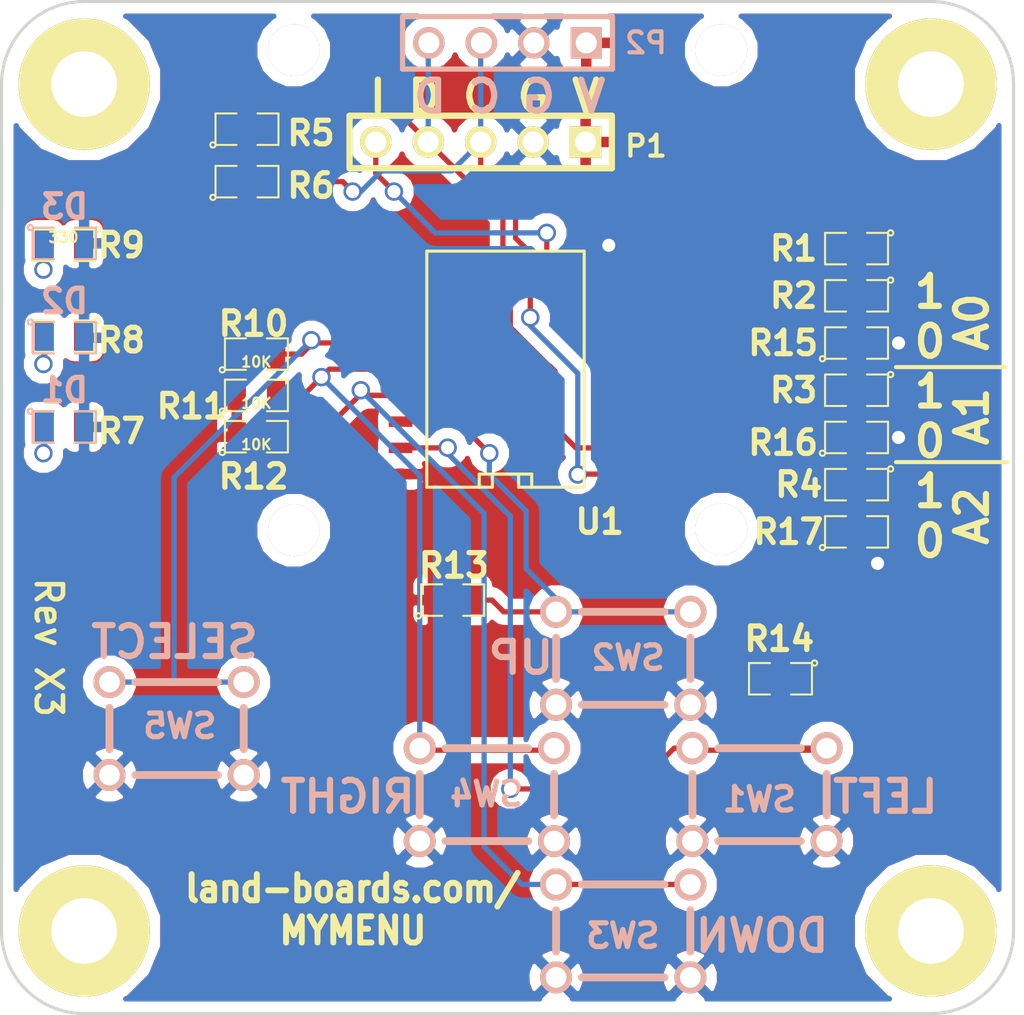
<source format=kicad_pcb>
(kicad_pcb (version 4) (host pcbnew "(after 2015-mar-04 BZR unknown)-product")

  (general
    (links 66)
    (no_connects 0)
    (area 89.556643 58.9488 144.869543 115.11556)
    (thickness 1.6)
    (drawings 27)
    (tracks 168)
    (zones 0)
    (modules 36)
    (nets 21)
  )

  (page A3)
  (layers
    (0 F.Cu signal)
    (31 B.Cu signal hide)
    (34 B.Paste user)
    (35 F.Paste user)
    (36 B.SilkS user hide)
    (37 F.SilkS user)
    (38 B.Mask user)
    (39 F.Mask user)
    (40 Dwgs.User user)
    (44 Edge.Cuts user)
  )

  (setup
    (last_trace_width 0.254)
    (trace_clearance 0.254)
    (zone_clearance 0.508)
    (zone_45_only no)
    (trace_min 0.254)
    (segment_width 0.2)
    (edge_width 0.15)
    (via_size 0.889)
    (via_drill 0.635)
    (via_min_size 0.889)
    (via_min_drill 0.508)
    (uvia_size 0.508)
    (uvia_drill 0.127)
    (uvias_allowed no)
    (uvia_min_size 0.508)
    (uvia_min_drill 0.127)
    (pcb_text_width 0.3)
    (pcb_text_size 1.5 1.5)
    (mod_edge_width 0.15)
    (mod_text_size 1.5 1.5)
    (mod_text_width 0.15)
    (pad_size 2.5 2.5)
    (pad_drill 2.49936)
    (pad_to_mask_clearance 0.2)
    (aux_axis_origin 0 0)
    (visible_elements 7FFFFF2F)
    (pcbplotparams
      (layerselection 0x00030_80000001)
      (usegerberextensions true)
      (excludeedgelayer true)
      (linewidth 0.150000)
      (plotframeref false)
      (viasonmask false)
      (mode 1)
      (useauxorigin false)
      (hpglpennumber 1)
      (hpglpenspeed 20)
      (hpglpendiameter 15)
      (hpglpenoverlay 2)
      (psnegative false)
      (psa4output false)
      (plotreference true)
      (plotvalue true)
      (plotinvisibletext false)
      (padsonsilk false)
      (subtractmaskfromsilk false)
      (outputformat 1)
      (mirror false)
      (drillshape 0)
      (scaleselection 1)
      (outputdirectory plots/))
  )

  (net 0 "")
  (net 1 /A0)
  (net 2 /A1)
  (net 3 /A2)
  (net 4 /GND)
  (net 5 /SCL)
  (net 6 /SDA)
  (net 7 /VCC)
  (net 8 "Net-(D1-Pad1)")
  (net 9 "Net-(D2-Pad1)")
  (net 10 "Net-(D3-Pad1)")
  (net 11 "Net-(P1-Pad5)")
  (net 12 "Net-(R1-Pad2)")
  (net 13 "Net-(R7-Pad1)")
  (net 14 "Net-(R8-Pad1)")
  (net 15 "Net-(R9-Pad1)")
  (net 16 "Net-(R10-Pad2)")
  (net 17 "Net-(R11-Pad2)")
  (net 18 "Net-(R12-Pad2)")
  (net 19 "Net-(R13-Pad2)")
  (net 20 "Net-(R14-Pad2)")

  (net_class Default "This is the default net class."
    (clearance 0.254)
    (trace_width 0.254)
    (via_dia 0.889)
    (via_drill 0.635)
    (uvia_dia 0.508)
    (uvia_drill 0.127)
    (add_net /A0)
    (add_net /A1)
    (add_net /A2)
    (add_net /GND)
    (add_net /SCL)
    (add_net /SDA)
    (add_net /VCC)
    (add_net "Net-(D1-Pad1)")
    (add_net "Net-(D2-Pad1)")
    (add_net "Net-(D3-Pad1)")
    (add_net "Net-(P1-Pad5)")
    (add_net "Net-(R1-Pad2)")
    (add_net "Net-(R10-Pad2)")
    (add_net "Net-(R11-Pad2)")
    (add_net "Net-(R12-Pad2)")
    (add_net "Net-(R13-Pad2)")
    (add_net "Net-(R14-Pad2)")
    (add_net "Net-(R7-Pad1)")
    (add_net "Net-(R8-Pad1)")
    (add_net "Net-(R9-Pad1)")
  )

  (module SW-PB-6MM (layer B.Cu) (tedit 551708C6) (tstamp 53BDD832)
    (at 131.7 103.4 180)
    (tags "SWITCH, OMRON")
    (path /53BDD5B6)
    (fp_text reference SW1 (at 0.012 -0.232 180) (layer B.SilkS)
      (effects (font (size 1.143 1.143) (thickness 0.254)) (justify mirror))
    )
    (fp_text value SW_PUSH_OMRON (at 0.20066 -4.04876 180) (layer B.SilkS) hide
      (effects (font (size 1.016 1.016) (thickness 0.2032)) (justify mirror))
    )
    (fp_line (start -3.2512 1.00076) (end -3.2512 -1.00076) (layer B.SilkS) (width 0.381))
    (fp_line (start -1.99898 -2.25044) (end 1.99898 -2.25044) (layer B.SilkS) (width 0.381))
    (fp_line (start 3.2512 1.00076) (end 3.2512 -0.7493) (layer B.SilkS) (width 0.381))
    (fp_line (start 3.2512 -0.7493) (end 3.2512 -1.00076) (layer B.SilkS) (width 0.381))
    (fp_line (start -1.99898 2.25044) (end 1.99898 2.25044) (layer B.SilkS) (width 0.381))
    (pad 2 thru_hole circle (at 3.2512 2.25044 180) (size 1.5494 1.5494) (drill 1.00076) (layers *.Cu *.Mask B.SilkS)
      (net 20 "Net-(R14-Pad2)"))
    (pad 4 thru_hole circle (at 3.2512 -2.25044 180) (size 1.5494 1.5494) (drill 1.00076) (layers *.Cu *.Mask B.SilkS)
      (net 4 /GND))
    (pad 1 thru_hole circle (at -3.2512 2.25044 180) (size 1.5494 1.5494) (drill 1.00076) (layers *.Cu *.Mask B.SilkS)
      (net 20 "Net-(R14-Pad2)"))
    (pad 3 thru_hole circle (at -3.2512 -2.25044 180) (size 1.5494 1.5494) (drill 1.00076) (layers *.Cu *.Mask B.SilkS)
      (net 4 /GND))
  )

  (module SW-PB-6MM (layer B.Cu) (tedit 551708C0) (tstamp 53BDD83F)
    (at 125.1 96.8 180)
    (tags "SWITCH, OMRON")
    (path /53BDD5C5)
    (fp_text reference SW2 (at -0.238 0.026 180) (layer B.SilkS)
      (effects (font (size 1.143 1.143) (thickness 0.254)) (justify mirror))
    )
    (fp_text value SW_PUSH_OMRON (at 0.20066 -4.04876 180) (layer B.SilkS) hide
      (effects (font (size 1.016 1.016) (thickness 0.2032)) (justify mirror))
    )
    (fp_line (start -3.2512 1.00076) (end -3.2512 -1.00076) (layer B.SilkS) (width 0.381))
    (fp_line (start -1.99898 -2.25044) (end 1.99898 -2.25044) (layer B.SilkS) (width 0.381))
    (fp_line (start 3.2512 1.00076) (end 3.2512 -0.7493) (layer B.SilkS) (width 0.381))
    (fp_line (start 3.2512 -0.7493) (end 3.2512 -1.00076) (layer B.SilkS) (width 0.381))
    (fp_line (start -1.99898 2.25044) (end 1.99898 2.25044) (layer B.SilkS) (width 0.381))
    (pad 2 thru_hole circle (at 3.2512 2.25044 180) (size 1.5494 1.5494) (drill 1.00076) (layers *.Cu *.Mask B.SilkS)
      (net 19 "Net-(R13-Pad2)"))
    (pad 4 thru_hole circle (at 3.2512 -2.25044 180) (size 1.5494 1.5494) (drill 1.00076) (layers *.Cu *.Mask B.SilkS)
      (net 4 /GND))
    (pad 1 thru_hole circle (at -3.2512 2.25044 180) (size 1.5494 1.5494) (drill 1.00076) (layers *.Cu *.Mask B.SilkS)
      (net 19 "Net-(R13-Pad2)"))
    (pad 3 thru_hole circle (at -3.2512 -2.25044 180) (size 1.5494 1.5494) (drill 1.00076) (layers *.Cu *.Mask B.SilkS)
      (net 4 /GND))
  )

  (module SW-PB-6MM (layer B.Cu) (tedit 551708CC) (tstamp 53BDD84C)
    (at 125.1 110 180)
    (tags "SWITCH, OMRON")
    (path /53BDD5D4)
    (fp_text reference SW3 (at 0.016 -0.236 180) (layer B.SilkS)
      (effects (font (size 1.143 1.143) (thickness 0.254)) (justify mirror))
    )
    (fp_text value SW_PUSH_OMRON (at 0.20066 -4.04876 180) (layer B.SilkS) hide
      (effects (font (size 1.016 1.016) (thickness 0.2032)) (justify mirror))
    )
    (fp_line (start -3.2512 1.00076) (end -3.2512 -1.00076) (layer B.SilkS) (width 0.381))
    (fp_line (start -1.99898 -2.25044) (end 1.99898 -2.25044) (layer B.SilkS) (width 0.381))
    (fp_line (start 3.2512 1.00076) (end 3.2512 -0.7493) (layer B.SilkS) (width 0.381))
    (fp_line (start 3.2512 -0.7493) (end 3.2512 -1.00076) (layer B.SilkS) (width 0.381))
    (fp_line (start -1.99898 2.25044) (end 1.99898 2.25044) (layer B.SilkS) (width 0.381))
    (pad 2 thru_hole circle (at 3.2512 2.25044 180) (size 1.5494 1.5494) (drill 1.00076) (layers *.Cu *.Mask B.SilkS)
      (net 18 "Net-(R12-Pad2)"))
    (pad 4 thru_hole circle (at 3.2512 -2.25044 180) (size 1.5494 1.5494) (drill 1.00076) (layers *.Cu *.Mask B.SilkS)
      (net 4 /GND))
    (pad 1 thru_hole circle (at -3.2512 2.25044 180) (size 1.5494 1.5494) (drill 1.00076) (layers *.Cu *.Mask B.SilkS)
      (net 18 "Net-(R12-Pad2)"))
    (pad 3 thru_hole circle (at -3.2512 -2.25044 180) (size 1.5494 1.5494) (drill 1.00076) (layers *.Cu *.Mask B.SilkS)
      (net 4 /GND))
  )

  (module SW-PB-6MM (layer B.Cu) (tedit 551708D1) (tstamp 53BDD859)
    (at 118.5 103.4 180)
    (tags "SWITCH, OMRON")
    (path /53BDD5E3)
    (fp_text reference SW4 (at 0.02 0.022 180) (layer B.SilkS)
      (effects (font (size 1.143 1.143) (thickness 0.254)) (justify mirror))
    )
    (fp_text value SW_PUSH_OMRON (at 0.20066 -4.04876 180) (layer B.SilkS) hide
      (effects (font (size 1.016 1.016) (thickness 0.2032)) (justify mirror))
    )
    (fp_line (start -3.2512 1.00076) (end -3.2512 -1.00076) (layer B.SilkS) (width 0.381))
    (fp_line (start -1.99898 -2.25044) (end 1.99898 -2.25044) (layer B.SilkS) (width 0.381))
    (fp_line (start 3.2512 1.00076) (end 3.2512 -0.7493) (layer B.SilkS) (width 0.381))
    (fp_line (start 3.2512 -0.7493) (end 3.2512 -1.00076) (layer B.SilkS) (width 0.381))
    (fp_line (start -1.99898 2.25044) (end 1.99898 2.25044) (layer B.SilkS) (width 0.381))
    (pad 2 thru_hole circle (at 3.2512 2.25044 180) (size 1.5494 1.5494) (drill 1.00076) (layers *.Cu *.Mask B.SilkS)
      (net 17 "Net-(R11-Pad2)"))
    (pad 4 thru_hole circle (at 3.2512 -2.25044 180) (size 1.5494 1.5494) (drill 1.00076) (layers *.Cu *.Mask B.SilkS)
      (net 4 /GND))
    (pad 1 thru_hole circle (at -3.2512 2.25044 180) (size 1.5494 1.5494) (drill 1.00076) (layers *.Cu *.Mask B.SilkS)
      (net 17 "Net-(R11-Pad2)"))
    (pad 3 thru_hole circle (at -3.2512 -2.25044 180) (size 1.5494 1.5494) (drill 1.00076) (layers *.Cu *.Mask B.SilkS)
      (net 4 /GND))
  )

  (module SW-PB-6MM (layer B.Cu) (tedit 551708D6) (tstamp 53BDD866)
    (at 103.476 100.2 180)
    (tags "SWITCH, OMRON")
    (path /53BDD5F2)
    (fp_text reference SW5 (at -0.156 0.124 180) (layer B.SilkS)
      (effects (font (size 1.143 1.143) (thickness 0.254)) (justify mirror))
    )
    (fp_text value SW_PUSH_OMRON (at 0.20066 -4.04876 180) (layer B.SilkS) hide
      (effects (font (size 1.016 1.016) (thickness 0.2032)) (justify mirror))
    )
    (fp_line (start -3.2512 1.00076) (end -3.2512 -1.00076) (layer B.SilkS) (width 0.381))
    (fp_line (start -1.99898 -2.25044) (end 1.99898 -2.25044) (layer B.SilkS) (width 0.381))
    (fp_line (start 3.2512 1.00076) (end 3.2512 -0.7493) (layer B.SilkS) (width 0.381))
    (fp_line (start 3.2512 -0.7493) (end 3.2512 -1.00076) (layer B.SilkS) (width 0.381))
    (fp_line (start -1.99898 2.25044) (end 1.99898 2.25044) (layer B.SilkS) (width 0.381))
    (pad 2 thru_hole circle (at 3.2512 2.25044 180) (size 1.5494 1.5494) (drill 1.00076) (layers *.Cu *.Mask B.SilkS)
      (net 16 "Net-(R10-Pad2)"))
    (pad 4 thru_hole circle (at 3.2512 -2.25044 180) (size 1.5494 1.5494) (drill 1.00076) (layers *.Cu *.Mask B.SilkS)
      (net 4 /GND))
    (pad 1 thru_hole circle (at -3.2512 2.25044 180) (size 1.5494 1.5494) (drill 1.00076) (layers *.Cu *.Mask B.SilkS)
      (net 16 "Net-(R10-Pad2)"))
    (pad 3 thru_hole circle (at -3.2512 -2.25044 180) (size 1.5494 1.5494) (drill 1.00076) (layers *.Cu *.Mask B.SilkS)
      (net 4 /GND))
  )

  (module MTG-4-40 (layer F.Cu) (tedit 50F036E3) (tstamp 53BDD8B8)
    (at 140 110)
    (path /4FD64072)
    (fp_text reference MTG4 (at -6.858 -0.635) (layer F.SilkS) hide
      (effects (font (size 1.143 1.143) (thickness 0.254)))
    )
    (fp_text value CONN_1 (at 0 -5.08) (layer F.SilkS) hide
      (effects (font (thickness 0.3048)))
    )
    (pad 1 thru_hole circle (at 0 0) (size 6.35 6.35) (drill 3.175) (layers *.Cu *.Mask F.SilkS))
  )

  (module MTG-4-40 (layer F.Cu) (tedit 50F036E3) (tstamp 53BDD8BD)
    (at 99 110)
    (path /4FD6406F)
    (fp_text reference MTG3 (at -6.858 -0.635) (layer F.SilkS) hide
      (effects (font (size 1.143 1.143) (thickness 0.254)))
    )
    (fp_text value CONN_1 (at 0 -5.08) (layer F.SilkS) hide
      (effects (font (thickness 0.3048)))
    )
    (pad 1 thru_hole circle (at 0 0) (size 6.35 6.35) (drill 3.175) (layers *.Cu *.Mask F.SilkS))
  )

  (module MTG-4-40 (layer F.Cu) (tedit 54FAFA91) (tstamp 53BDD8C2)
    (at 139 70)
    (path /4FD6406A)
    (fp_text reference MTG2 (at -6.858 -0.635) (layer F.SilkS) hide
      (effects (font (size 1.143 1.143) (thickness 0.254)))
    )
    (fp_text value CONN_1 (at 0 -5.08) (layer F.SilkS) hide
      (effects (font (thickness 0.3048)))
    )
    (pad 1 thru_hole circle (at 1 -1) (size 6.35 6.35) (drill 3.175) (layers *.Cu *.Mask F.SilkS))
  )

  (module MTG-4-40 (layer F.Cu) (tedit 50F036E3) (tstamp 53BDD8C7)
    (at 99 69)
    (path /4FD64065)
    (fp_text reference MTG1 (at -6.858 -0.635) (layer F.SilkS) hide
      (effects (font (size 1.143 1.143) (thickness 0.254)))
    )
    (fp_text value CONN_1 (at 0 -5.08) (layer F.SilkS) hide
      (effects (font (thickness 0.3048)))
    )
    (pad 1 thru_hole circle (at 0 0) (size 6.35 6.35) (drill 3.175) (layers *.Cu *.Mask F.SilkS))
  )

  (module SM0805 (layer F.Cu) (tedit 54FB3494) (tstamp 54FAF521)
    (at 132.715 97.79 180)
    (path /54FAE35A)
    (attr smd)
    (fp_text reference R14 (at 0.06 1.93 180) (layer F.SilkS)
      (effects (font (size 1.143 1.143) (thickness 0.254)))
    )
    (fp_text value 10K (at 0 0.381 180) (layer F.SilkS) hide
      (effects (font (size 0.50038 0.50038) (thickness 0.10922)))
    )
    (fp_circle (center -1.651 0.762) (end -1.651 0.635) (layer F.SilkS) (width 0.09906))
    (fp_line (start -0.508 0.762) (end -1.524 0.762) (layer F.SilkS) (width 0.09906))
    (fp_line (start -1.524 0.762) (end -1.524 -0.762) (layer F.SilkS) (width 0.09906))
    (fp_line (start -1.524 -0.762) (end -0.508 -0.762) (layer F.SilkS) (width 0.09906))
    (fp_line (start 0.508 -0.762) (end 1.524 -0.762) (layer F.SilkS) (width 0.09906))
    (fp_line (start 1.524 -0.762) (end 1.524 0.762) (layer F.SilkS) (width 0.09906))
    (fp_line (start 1.524 0.762) (end 0.508 0.762) (layer F.SilkS) (width 0.09906))
    (pad 1 smd rect (at -0.9525 0 180) (size 0.889 1.397) (layers F.Cu F.Paste F.Mask)
      (net 7 /VCC))
    (pad 2 smd rect (at 0.9525 0 180) (size 0.889 1.397) (layers F.Cu F.Paste F.Mask)
      (net 20 "Net-(R14-Pad2)"))
    (model smd/chip_cms.wrl
      (at (xyz 0 0 0))
      (scale (xyz 0.1 0.1 0.1))
      (rotate (xyz 0 0 0))
    )
  )

  (module SM0805 (layer F.Cu) (tedit 54FB348A) (tstamp 54FAF52E)
    (at 116.84 93.98)
    (path /54FAE367)
    (attr smd)
    (fp_text reference R13 (at 0.06 -1.67) (layer F.SilkS)
      (effects (font (size 1.143 1.143) (thickness 0.254)))
    )
    (fp_text value 10K (at 0 0.381) (layer F.SilkS) hide
      (effects (font (size 0.50038 0.50038) (thickness 0.10922)))
    )
    (fp_circle (center -1.651 0.762) (end -1.651 0.635) (layer F.SilkS) (width 0.09906))
    (fp_line (start -0.508 0.762) (end -1.524 0.762) (layer F.SilkS) (width 0.09906))
    (fp_line (start -1.524 0.762) (end -1.524 -0.762) (layer F.SilkS) (width 0.09906))
    (fp_line (start -1.524 -0.762) (end -0.508 -0.762) (layer F.SilkS) (width 0.09906))
    (fp_line (start 0.508 -0.762) (end 1.524 -0.762) (layer F.SilkS) (width 0.09906))
    (fp_line (start 1.524 -0.762) (end 1.524 0.762) (layer F.SilkS) (width 0.09906))
    (fp_line (start 1.524 0.762) (end 0.508 0.762) (layer F.SilkS) (width 0.09906))
    (pad 1 smd rect (at -0.9525 0) (size 0.889 1.397) (layers F.Cu F.Paste F.Mask)
      (net 7 /VCC))
    (pad 2 smd rect (at 0.9525 0) (size 0.889 1.397) (layers F.Cu F.Paste F.Mask)
      (net 19 "Net-(R13-Pad2)"))
    (model smd/chip_cms.wrl
      (at (xyz 0 0 0))
      (scale (xyz 0.1 0.1 0.1))
      (rotate (xyz 0 0 0))
    )
  )

  (module SM0805 (layer F.Cu) (tedit 54FB347B) (tstamp 54FAF53B)
    (at 107.34 86.07)
    (path /54FAE36D)
    (attr smd)
    (fp_text reference R12 (at -0.14 1.93) (layer F.SilkS)
      (effects (font (size 1.143 1.143) (thickness 0.254)))
    )
    (fp_text value 10K (at 0 0.381) (layer F.SilkS)
      (effects (font (size 0.50038 0.50038) (thickness 0.10922)))
    )
    (fp_circle (center -1.651 0.762) (end -1.651 0.635) (layer F.SilkS) (width 0.09906))
    (fp_line (start -0.508 0.762) (end -1.524 0.762) (layer F.SilkS) (width 0.09906))
    (fp_line (start -1.524 0.762) (end -1.524 -0.762) (layer F.SilkS) (width 0.09906))
    (fp_line (start -1.524 -0.762) (end -0.508 -0.762) (layer F.SilkS) (width 0.09906))
    (fp_line (start 0.508 -0.762) (end 1.524 -0.762) (layer F.SilkS) (width 0.09906))
    (fp_line (start 1.524 -0.762) (end 1.524 0.762) (layer F.SilkS) (width 0.09906))
    (fp_line (start 1.524 0.762) (end 0.508 0.762) (layer F.SilkS) (width 0.09906))
    (pad 1 smd rect (at -0.9525 0) (size 0.889 1.397) (layers F.Cu F.Paste F.Mask)
      (net 7 /VCC))
    (pad 2 smd rect (at 0.9525 0) (size 0.889 1.397) (layers F.Cu F.Paste F.Mask)
      (net 18 "Net-(R12-Pad2)"))
    (model smd/chip_cms.wrl
      (at (xyz 0 0 0))
      (scale (xyz 0.1 0.1 0.1))
      (rotate (xyz 0 0 0))
    )
  )

  (module SM0805 (layer F.Cu) (tedit 54FB3483) (tstamp 54FAF548)
    (at 107.34 84.07)
    (path /54FAE373)
    (attr smd)
    (fp_text reference R11 (at -3.14 0.53) (layer F.SilkS)
      (effects (font (size 1.143 1.143) (thickness 0.254)))
    )
    (fp_text value 10K (at 0 0.381) (layer F.SilkS)
      (effects (font (size 0.50038 0.50038) (thickness 0.10922)))
    )
    (fp_circle (center -1.651 0.762) (end -1.651 0.635) (layer F.SilkS) (width 0.09906))
    (fp_line (start -0.508 0.762) (end -1.524 0.762) (layer F.SilkS) (width 0.09906))
    (fp_line (start -1.524 0.762) (end -1.524 -0.762) (layer F.SilkS) (width 0.09906))
    (fp_line (start -1.524 -0.762) (end -0.508 -0.762) (layer F.SilkS) (width 0.09906))
    (fp_line (start 0.508 -0.762) (end 1.524 -0.762) (layer F.SilkS) (width 0.09906))
    (fp_line (start 1.524 -0.762) (end 1.524 0.762) (layer F.SilkS) (width 0.09906))
    (fp_line (start 1.524 0.762) (end 0.508 0.762) (layer F.SilkS) (width 0.09906))
    (pad 1 smd rect (at -0.9525 0) (size 0.889 1.397) (layers F.Cu F.Paste F.Mask)
      (net 7 /VCC))
    (pad 2 smd rect (at 0.9525 0) (size 0.889 1.397) (layers F.Cu F.Paste F.Mask)
      (net 17 "Net-(R11-Pad2)"))
    (model smd/chip_cms.wrl
      (at (xyz 0 0 0))
      (scale (xyz 0.1 0.1 0.1))
      (rotate (xyz 0 0 0))
    )
  )

  (module SM0805 (layer F.Cu) (tedit 54FB346D) (tstamp 54FAF555)
    (at 107.34 82.07)
    (path /54FAE379)
    (attr smd)
    (fp_text reference R10 (at -0.14 -1.47) (layer F.SilkS)
      (effects (font (size 1.143 1.143) (thickness 0.254)))
    )
    (fp_text value 10K (at 0 0.381) (layer F.SilkS)
      (effects (font (size 0.50038 0.50038) (thickness 0.10922)))
    )
    (fp_circle (center -1.651 0.762) (end -1.651 0.635) (layer F.SilkS) (width 0.09906))
    (fp_line (start -0.508 0.762) (end -1.524 0.762) (layer F.SilkS) (width 0.09906))
    (fp_line (start -1.524 0.762) (end -1.524 -0.762) (layer F.SilkS) (width 0.09906))
    (fp_line (start -1.524 -0.762) (end -0.508 -0.762) (layer F.SilkS) (width 0.09906))
    (fp_line (start 0.508 -0.762) (end 1.524 -0.762) (layer F.SilkS) (width 0.09906))
    (fp_line (start 1.524 -0.762) (end 1.524 0.762) (layer F.SilkS) (width 0.09906))
    (fp_line (start 1.524 0.762) (end 0.508 0.762) (layer F.SilkS) (width 0.09906))
    (pad 1 smd rect (at -0.9525 0) (size 0.889 1.397) (layers F.Cu F.Paste F.Mask)
      (net 7 /VCC))
    (pad 2 smd rect (at 0.9525 0) (size 0.889 1.397) (layers F.Cu F.Paste F.Mask)
      (net 16 "Net-(R10-Pad2)"))
    (model smd/chip_cms.wrl
      (at (xyz 0 0 0))
      (scale (xyz 0.1 0.1 0.1))
      (rotate (xyz 0 0 0))
    )
  )

  (module SM0805 (layer B.Cu) (tedit 551708AA) (tstamp 54FAF562)
    (at 98.044 85.598)
    (path /54FAE814)
    (attr smd)
    (fp_text reference D1 (at 0 -1.778) (layer B.SilkS)
      (effects (font (size 1.143 1.143) (thickness 0.254)) (justify mirror))
    )
    (fp_text value LED (at 0 0) (layer B.SilkS) hide
      (effects (font (size 0.50038 0.50038) (thickness 0.10922)) (justify mirror))
    )
    (fp_circle (center -1.651 -0.762) (end -1.651 -0.635) (layer B.SilkS) (width 0.09906))
    (fp_line (start -0.508 -0.762) (end -1.524 -0.762) (layer B.SilkS) (width 0.09906))
    (fp_line (start -1.524 -0.762) (end -1.524 0.762) (layer B.SilkS) (width 0.09906))
    (fp_line (start -1.524 0.762) (end -0.508 0.762) (layer B.SilkS) (width 0.09906))
    (fp_line (start 0.508 0.762) (end 1.524 0.762) (layer B.SilkS) (width 0.09906))
    (fp_line (start 1.524 0.762) (end 1.524 -0.762) (layer B.SilkS) (width 0.09906))
    (fp_line (start 1.524 -0.762) (end 0.508 -0.762) (layer B.SilkS) (width 0.09906))
    (pad 1 smd rect (at -0.9525 0) (size 0.889 1.397) (layers B.Cu B.Paste B.Mask)
      (net 8 "Net-(D1-Pad1)"))
    (pad 2 smd rect (at 0.9525 0) (size 0.889 1.397) (layers B.Cu B.Paste B.Mask)
      (net 4 /GND))
    (model smd/chip_cms.wrl
      (at (xyz 0 0 0))
      (scale (xyz 0.1 0.1 0.1))
      (rotate (xyz 0 0 0))
    )
  )

  (module SM0805 (layer B.Cu) (tedit 551708A6) (tstamp 54FAF56F)
    (at 98.044 81.28)
    (path /54FAE823)
    (attr smd)
    (fp_text reference D2 (at 0 -1.778) (layer B.SilkS)
      (effects (font (size 1.143 1.143) (thickness 0.254)) (justify mirror))
    )
    (fp_text value LED (at 0 -0.381) (layer B.SilkS) hide
      (effects (font (size 0.50038 0.50038) (thickness 0.10922)) (justify mirror))
    )
    (fp_circle (center -1.651 -0.762) (end -1.651 -0.635) (layer B.SilkS) (width 0.09906))
    (fp_line (start -0.508 -0.762) (end -1.524 -0.762) (layer B.SilkS) (width 0.09906))
    (fp_line (start -1.524 -0.762) (end -1.524 0.762) (layer B.SilkS) (width 0.09906))
    (fp_line (start -1.524 0.762) (end -0.508 0.762) (layer B.SilkS) (width 0.09906))
    (fp_line (start 0.508 0.762) (end 1.524 0.762) (layer B.SilkS) (width 0.09906))
    (fp_line (start 1.524 0.762) (end 1.524 -0.762) (layer B.SilkS) (width 0.09906))
    (fp_line (start 1.524 -0.762) (end 0.508 -0.762) (layer B.SilkS) (width 0.09906))
    (pad 1 smd rect (at -0.9525 0) (size 0.889 1.397) (layers B.Cu B.Paste B.Mask)
      (net 9 "Net-(D2-Pad1)"))
    (pad 2 smd rect (at 0.9525 0) (size 0.889 1.397) (layers B.Cu B.Paste B.Mask)
      (net 4 /GND))
    (model smd/chip_cms.wrl
      (at (xyz 0 0 0))
      (scale (xyz 0.1 0.1 0.1))
      (rotate (xyz 0 0 0))
    )
  )

  (module SM0805 (layer B.Cu) (tedit 55170899) (tstamp 54FAF57C)
    (at 98.044 76.708)
    (path /54FAE832)
    (attr smd)
    (fp_text reference D3 (at 0 -1.778) (layer B.SilkS)
      (effects (font (size 1.143 1.143) (thickness 0.254)) (justify mirror))
    )
    (fp_text value LED (at 0 -0.381) (layer B.SilkS) hide
      (effects (font (size 0.50038 0.50038) (thickness 0.10922)) (justify mirror))
    )
    (fp_circle (center -1.651 -0.762) (end -1.651 -0.635) (layer B.SilkS) (width 0.09906))
    (fp_line (start -0.508 -0.762) (end -1.524 -0.762) (layer B.SilkS) (width 0.09906))
    (fp_line (start -1.524 -0.762) (end -1.524 0.762) (layer B.SilkS) (width 0.09906))
    (fp_line (start -1.524 0.762) (end -0.508 0.762) (layer B.SilkS) (width 0.09906))
    (fp_line (start 0.508 0.762) (end 1.524 0.762) (layer B.SilkS) (width 0.09906))
    (fp_line (start 1.524 0.762) (end 1.524 -0.762) (layer B.SilkS) (width 0.09906))
    (fp_line (start 1.524 -0.762) (end 0.508 -0.762) (layer B.SilkS) (width 0.09906))
    (pad 1 smd rect (at -0.9525 0) (size 0.889 1.397) (layers B.Cu B.Paste B.Mask)
      (net 10 "Net-(D3-Pad1)"))
    (pad 2 smd rect (at 0.9525 0) (size 0.889 1.397) (layers B.Cu B.Paste B.Mask)
      (net 4 /GND))
    (model smd/chip_cms.wrl
      (at (xyz 0 0 0))
      (scale (xyz 0.1 0.1 0.1))
      (rotate (xyz 0 0 0))
    )
  )

  (module SM0805 (layer F.Cu) (tedit 54FB2F4D) (tstamp 54FAF589)
    (at 98 85.6 180)
    (path /54FAE83F)
    (attr smd)
    (fp_text reference R7 (at -2.8 -0.2 180) (layer F.SilkS)
      (effects (font (size 1.143 1.143) (thickness 0.254)))
    )
    (fp_text value 330 (at 0 0.381 270) (layer F.SilkS) hide
      (effects (font (size 0.50038 0.50038) (thickness 0.10922)))
    )
    (fp_circle (center -1.651 0.762) (end -1.651 0.635) (layer F.SilkS) (width 0.09906))
    (fp_line (start -0.508 0.762) (end -1.524 0.762) (layer F.SilkS) (width 0.09906))
    (fp_line (start -1.524 0.762) (end -1.524 -0.762) (layer F.SilkS) (width 0.09906))
    (fp_line (start -1.524 -0.762) (end -0.508 -0.762) (layer F.SilkS) (width 0.09906))
    (fp_line (start 0.508 -0.762) (end 1.524 -0.762) (layer F.SilkS) (width 0.09906))
    (fp_line (start 1.524 -0.762) (end 1.524 0.762) (layer F.SilkS) (width 0.09906))
    (fp_line (start 1.524 0.762) (end 0.508 0.762) (layer F.SilkS) (width 0.09906))
    (pad 1 smd rect (at -0.9525 0 180) (size 0.889 1.397) (layers F.Cu F.Paste F.Mask)
      (net 13 "Net-(R7-Pad1)"))
    (pad 2 smd rect (at 0.9525 0 180) (size 0.889 1.397) (layers F.Cu F.Paste F.Mask)
      (net 8 "Net-(D1-Pad1)"))
    (model smd/chip_cms.wrl
      (at (xyz 0 0 0))
      (scale (xyz 0.1 0.1 0.1))
      (rotate (xyz 0 0 0))
    )
  )

  (module SM0805 (layer F.Cu) (tedit 54FB2FA7) (tstamp 54FAF596)
    (at 98 81.2 180)
    (path /54FAE845)
    (attr smd)
    (fp_text reference R8 (at -2.8 -0.2 180) (layer F.SilkS)
      (effects (font (size 1.143 1.143) (thickness 0.254)))
    )
    (fp_text value 330 (at 0 0.381 180) (layer F.SilkS) hide
      (effects (font (size 0.50038 0.50038) (thickness 0.10922)))
    )
    (fp_circle (center -1.651 0.762) (end -1.651 0.635) (layer F.SilkS) (width 0.09906))
    (fp_line (start -0.508 0.762) (end -1.524 0.762) (layer F.SilkS) (width 0.09906))
    (fp_line (start -1.524 0.762) (end -1.524 -0.762) (layer F.SilkS) (width 0.09906))
    (fp_line (start -1.524 -0.762) (end -0.508 -0.762) (layer F.SilkS) (width 0.09906))
    (fp_line (start 0.508 -0.762) (end 1.524 -0.762) (layer F.SilkS) (width 0.09906))
    (fp_line (start 1.524 -0.762) (end 1.524 0.762) (layer F.SilkS) (width 0.09906))
    (fp_line (start 1.524 0.762) (end 0.508 0.762) (layer F.SilkS) (width 0.09906))
    (pad 1 smd rect (at -0.9525 0 180) (size 0.889 1.397) (layers F.Cu F.Paste F.Mask)
      (net 14 "Net-(R8-Pad1)"))
    (pad 2 smd rect (at 0.9525 0 180) (size 0.889 1.397) (layers F.Cu F.Paste F.Mask)
      (net 9 "Net-(D2-Pad1)"))
    (model smd/chip_cms.wrl
      (at (xyz 0 0 0))
      (scale (xyz 0.1 0.1 0.1))
      (rotate (xyz 0 0 0))
    )
  )

  (module SM0805 (layer F.Cu) (tedit 54FB2EFE) (tstamp 54FAF5A3)
    (at 98 76.8 180)
    (path /54FAE84B)
    (attr smd)
    (fp_text reference R9 (at -2.8 0 180) (layer F.SilkS)
      (effects (font (size 1.143 1.143) (thickness 0.254)))
    )
    (fp_text value 330 (at 0 0.381 180) (layer F.SilkS)
      (effects (font (size 0.50038 0.50038) (thickness 0.10922)))
    )
    (fp_circle (center -1.651 0.762) (end -1.651 0.635) (layer F.SilkS) (width 0.09906))
    (fp_line (start -0.508 0.762) (end -1.524 0.762) (layer F.SilkS) (width 0.09906))
    (fp_line (start -1.524 0.762) (end -1.524 -0.762) (layer F.SilkS) (width 0.09906))
    (fp_line (start -1.524 -0.762) (end -0.508 -0.762) (layer F.SilkS) (width 0.09906))
    (fp_line (start 0.508 -0.762) (end 1.524 -0.762) (layer F.SilkS) (width 0.09906))
    (fp_line (start 1.524 -0.762) (end 1.524 0.762) (layer F.SilkS) (width 0.09906))
    (fp_line (start 1.524 0.762) (end 0.508 0.762) (layer F.SilkS) (width 0.09906))
    (pad 1 smd rect (at -0.9525 0 180) (size 0.889 1.397) (layers F.Cu F.Paste F.Mask)
      (net 15 "Net-(R9-Pad1)"))
    (pad 2 smd rect (at 0.9525 0 180) (size 0.889 1.397) (layers F.Cu F.Paste F.Mask)
      (net 10 "Net-(D3-Pad1)"))
    (model smd/chip_cms.wrl
      (at (xyz 0 0 0))
      (scale (xyz 0.1 0.1 0.1))
      (rotate (xyz 0 0 0))
    )
  )

  (module SM0805 (layer F.Cu) (tedit 54FB4279) (tstamp 54FAF5B0)
    (at 106.884 73.72)
    (path /54FAEB6A)
    (attr smd)
    (fp_text reference R6 (at 3.098 0.194) (layer F.SilkS)
      (effects (font (size 1.143 1.143) (thickness 0.254)))
    )
    (fp_text value 2.2K (at 0 0.381) (layer F.SilkS) hide
      (effects (font (size 0.50038 0.50038) (thickness 0.10922)))
    )
    (fp_circle (center -1.651 0.762) (end -1.651 0.635) (layer F.SilkS) (width 0.09906))
    (fp_line (start -0.508 0.762) (end -1.524 0.762) (layer F.SilkS) (width 0.09906))
    (fp_line (start -1.524 0.762) (end -1.524 -0.762) (layer F.SilkS) (width 0.09906))
    (fp_line (start -1.524 -0.762) (end -0.508 -0.762) (layer F.SilkS) (width 0.09906))
    (fp_line (start 0.508 -0.762) (end 1.524 -0.762) (layer F.SilkS) (width 0.09906))
    (fp_line (start 1.524 -0.762) (end 1.524 0.762) (layer F.SilkS) (width 0.09906))
    (fp_line (start 1.524 0.762) (end 0.508 0.762) (layer F.SilkS) (width 0.09906))
    (pad 1 smd rect (at -0.9525 0) (size 0.889 1.397) (layers F.Cu F.Paste F.Mask)
      (net 7 /VCC))
    (pad 2 smd rect (at 0.9525 0) (size 0.889 1.397) (layers F.Cu F.Paste F.Mask)
      (net 5 /SCL))
    (model smd/chip_cms.wrl
      (at (xyz 0 0 0))
      (scale (xyz 0.1 0.1 0.1))
      (rotate (xyz 0 0 0))
    )
  )

  (module SM0805 (layer F.Cu) (tedit 54FB4273) (tstamp 54FAF6BF)
    (at 106.884 71.18)
    (path /54FAEB70)
    (attr smd)
    (fp_text reference R5 (at 3.098 0.194) (layer F.SilkS)
      (effects (font (size 1.143 1.143) (thickness 0.254)))
    )
    (fp_text value 2.2K (at 0 0.381) (layer F.SilkS) hide
      (effects (font (size 0.50038 0.50038) (thickness 0.10922)))
    )
    (fp_circle (center -1.651 0.762) (end -1.651 0.635) (layer F.SilkS) (width 0.09906))
    (fp_line (start -0.508 0.762) (end -1.524 0.762) (layer F.SilkS) (width 0.09906))
    (fp_line (start -1.524 0.762) (end -1.524 -0.762) (layer F.SilkS) (width 0.09906))
    (fp_line (start -1.524 -0.762) (end -0.508 -0.762) (layer F.SilkS) (width 0.09906))
    (fp_line (start 0.508 -0.762) (end 1.524 -0.762) (layer F.SilkS) (width 0.09906))
    (fp_line (start 1.524 -0.762) (end 1.524 0.762) (layer F.SilkS) (width 0.09906))
    (fp_line (start 1.524 0.762) (end 0.508 0.762) (layer F.SilkS) (width 0.09906))
    (pad 1 smd rect (at -0.9525 0) (size 0.889 1.397) (layers F.Cu F.Paste F.Mask)
      (net 7 /VCC))
    (pad 2 smd rect (at 0.9525 0) (size 0.889 1.397) (layers F.Cu F.Paste F.Mask)
      (net 6 /SDA))
    (model smd/chip_cms.wrl
      (at (xyz 0 0 0))
      (scale (xyz 0.1 0.1 0.1))
      (rotate (xyz 0 0 0))
    )
  )

  (module SM0805 (layer F.Cu) (tedit 54FB1365) (tstamp 54FAF6CC)
    (at 136.398 88.392 180)
    (path /54FAEB76)
    (attr smd)
    (fp_text reference R4 (at 2.794 0 180) (layer F.SilkS)
      (effects (font (size 1.143 1.143) (thickness 0.254)))
    )
    (fp_text value OPEN (at 0 0.381 180) (layer F.SilkS) hide
      (effects (font (size 0.50038 0.50038) (thickness 0.10922)))
    )
    (fp_circle (center -1.651 0.762) (end -1.651 0.635) (layer F.SilkS) (width 0.09906))
    (fp_line (start -0.508 0.762) (end -1.524 0.762) (layer F.SilkS) (width 0.09906))
    (fp_line (start -1.524 0.762) (end -1.524 -0.762) (layer F.SilkS) (width 0.09906))
    (fp_line (start -1.524 -0.762) (end -0.508 -0.762) (layer F.SilkS) (width 0.09906))
    (fp_line (start 0.508 -0.762) (end 1.524 -0.762) (layer F.SilkS) (width 0.09906))
    (fp_line (start 1.524 -0.762) (end 1.524 0.762) (layer F.SilkS) (width 0.09906))
    (fp_line (start 1.524 0.762) (end 0.508 0.762) (layer F.SilkS) (width 0.09906))
    (pad 1 smd rect (at -0.9525 0 180) (size 0.889 1.397) (layers F.Cu F.Paste F.Mask)
      (net 7 /VCC))
    (pad 2 smd rect (at 0.9525 0 180) (size 0.889 1.397) (layers F.Cu F.Paste F.Mask)
      (net 3 /A2))
    (model smd/chip_cms.wrl
      (at (xyz 0 0 0))
      (scale (xyz 0.1 0.1 0.1))
      (rotate (xyz 0 0 0))
    )
  )

  (module SM0805 (layer F.Cu) (tedit 5537B58C) (tstamp 54FAF6D9)
    (at 136.398 83.82 180)
    (path /54FAEB7C)
    (attr smd)
    (fp_text reference R3 (at 3.048 0 180) (layer F.SilkS)
      (effects (font (size 1.143 1.143) (thickness 0.254)))
    )
    (fp_text value OPEN (at 0 0.381 180) (layer F.SilkS) hide
      (effects (font (size 0.50038 0.50038) (thickness 0.10922)))
    )
    (fp_circle (center -1.651 0.762) (end -1.651 0.635) (layer F.SilkS) (width 0.09906))
    (fp_line (start -0.508 0.762) (end -1.524 0.762) (layer F.SilkS) (width 0.09906))
    (fp_line (start -1.524 0.762) (end -1.524 -0.762) (layer F.SilkS) (width 0.09906))
    (fp_line (start -1.524 -0.762) (end -0.508 -0.762) (layer F.SilkS) (width 0.09906))
    (fp_line (start 0.508 -0.762) (end 1.524 -0.762) (layer F.SilkS) (width 0.09906))
    (fp_line (start 1.524 -0.762) (end 1.524 0.762) (layer F.SilkS) (width 0.09906))
    (fp_line (start 1.524 0.762) (end 0.508 0.762) (layer F.SilkS) (width 0.09906))
    (pad 1 smd rect (at -0.9525 0 180) (size 0.889 1.397) (layers F.Cu F.Paste F.Mask)
      (net 7 /VCC))
    (pad 2 smd rect (at 0.9525 0 180) (size 0.889 1.397) (layers F.Cu F.Paste F.Mask)
      (net 2 /A1))
    (model smd/chip_cms.wrl
      (at (xyz 0 0 0))
      (scale (xyz 0.1 0.1 0.1))
      (rotate (xyz 0 0 0))
    )
  )

  (module SM0805 (layer F.Cu) (tedit 54FB1351) (tstamp 54FAF6E6)
    (at 136.398 79.248 180)
    (path /54FAEB82)
    (attr smd)
    (fp_text reference R2 (at 3.048 0 180) (layer F.SilkS)
      (effects (font (size 1.143 1.143) (thickness 0.254)))
    )
    (fp_text value OPEN (at 0 0.381 180) (layer F.SilkS) hide
      (effects (font (size 0.50038 0.50038) (thickness 0.10922)))
    )
    (fp_circle (center -1.651 0.762) (end -1.651 0.635) (layer F.SilkS) (width 0.09906))
    (fp_line (start -0.508 0.762) (end -1.524 0.762) (layer F.SilkS) (width 0.09906))
    (fp_line (start -1.524 0.762) (end -1.524 -0.762) (layer F.SilkS) (width 0.09906))
    (fp_line (start -1.524 -0.762) (end -0.508 -0.762) (layer F.SilkS) (width 0.09906))
    (fp_line (start 0.508 -0.762) (end 1.524 -0.762) (layer F.SilkS) (width 0.09906))
    (fp_line (start 1.524 -0.762) (end 1.524 0.762) (layer F.SilkS) (width 0.09906))
    (fp_line (start 1.524 0.762) (end 0.508 0.762) (layer F.SilkS) (width 0.09906))
    (pad 1 smd rect (at -0.9525 0 180) (size 0.889 1.397) (layers F.Cu F.Paste F.Mask)
      (net 7 /VCC))
    (pad 2 smd rect (at 0.9525 0 180) (size 0.889 1.397) (layers F.Cu F.Paste F.Mask)
      (net 1 /A0))
    (model smd/chip_cms.wrl
      (at (xyz 0 0 0))
      (scale (xyz 0.1 0.1 0.1))
      (rotate (xyz 0 0 0))
    )
  )

  (module SM0805 (layer F.Cu) (tedit 54FB134D) (tstamp 54FAF6F3)
    (at 136.398 76.962 180)
    (path /54FAEB88)
    (attr smd)
    (fp_text reference R1 (at 3.048 0 180) (layer F.SilkS)
      (effects (font (size 1.143 1.143) (thickness 0.254)))
    )
    (fp_text value 10K (at 0 0.381 180) (layer F.SilkS) hide
      (effects (font (size 0.50038 0.50038) (thickness 0.10922)))
    )
    (fp_circle (center -1.651 0.762) (end -1.651 0.635) (layer F.SilkS) (width 0.09906))
    (fp_line (start -0.508 0.762) (end -1.524 0.762) (layer F.SilkS) (width 0.09906))
    (fp_line (start -1.524 0.762) (end -1.524 -0.762) (layer F.SilkS) (width 0.09906))
    (fp_line (start -1.524 -0.762) (end -0.508 -0.762) (layer F.SilkS) (width 0.09906))
    (fp_line (start 0.508 -0.762) (end 1.524 -0.762) (layer F.SilkS) (width 0.09906))
    (fp_line (start 1.524 -0.762) (end 1.524 0.762) (layer F.SilkS) (width 0.09906))
    (fp_line (start 1.524 0.762) (end 0.508 0.762) (layer F.SilkS) (width 0.09906))
    (pad 1 smd rect (at -0.9525 0 180) (size 0.889 1.397) (layers F.Cu F.Paste F.Mask)
      (net 7 /VCC))
    (pad 2 smd rect (at 0.9525 0 180) (size 0.889 1.397) (layers F.Cu F.Paste F.Mask)
      (net 12 "Net-(R1-Pad2)"))
    (model smd/chip_cms.wrl
      (at (xyz 0 0 0))
      (scale (xyz 0.1 0.1 0.1))
      (rotate (xyz 0 0 0))
    )
  )

  (module SO18W (layer F.Cu) (tedit 54FB1320) (tstamp 54FB09DE)
    (at 119.4 82.8 90)
    (descr "Module CMS SOJ 16 pins tres large")
    (tags "CMS SOJ")
    (path /54FAE31E)
    (attr smd)
    (fp_text reference U1 (at -7.386 4.562 180) (layer F.SilkS)
      (effects (font (size 1.143 1.143) (thickness 0.254)))
    )
    (fp_text value MCP23008SO (at 0.127 2.286 90) (layer F.SilkS) hide
      (effects (font (size 1.27 1.27) (thickness 0.127)))
    )
    (fp_line (start -5.715 1.27) (end -5.715 0.635) (layer F.SilkS) (width 0.15))
    (fp_line (start -5.715 0.635) (end -5.08 0.635) (layer F.SilkS) (width 0.15))
    (fp_line (start -5.08 0.635) (end -5.08 -0.635) (layer F.SilkS) (width 0.15))
    (fp_line (start -5.08 -0.635) (end -5.715 -0.635) (layer F.SilkS) (width 0.15))
    (fp_line (start -5.715 -0.635) (end -5.715 -1.27) (layer F.SilkS) (width 0.15))
    (fp_line (start -5.715 -3.81) (end 5.715 -3.81) (layer F.SilkS) (width 0.15))
    (fp_line (start 5.715 -3.81) (end 5.715 3.81) (layer F.SilkS) (width 0.15))
    (fp_line (start 5.715 3.81) (end -5.715 3.81) (layer F.SilkS) (width 0.15))
    (fp_line (start -5.715 3.81) (end -5.715 1.27) (layer F.SilkS) (width 0.15))
    (fp_line (start -5.715 1.27) (end -5.08 1.27) (layer F.SilkS) (width 0.15))
    (fp_line (start -5.08 1.27) (end -5.08 -1.27) (layer F.SilkS) (width 0.15))
    (fp_line (start -5.08 -1.27) (end -5.715 -1.27) (layer F.SilkS) (width 0.15))
    (fp_line (start -5.715 -1.27) (end -5.715 -3.81) (layer F.SilkS) (width 0.15))
    (pad 18 smd rect (at -5.08 -5.08 90) (size 0.508 1.143) (layers F.Cu F.Paste F.Mask)
      (net 7 /VCC))
    (pad 17 smd rect (at -3.81 -5.08 90) (size 0.508 1.143) (layers F.Cu F.Paste F.Mask)
      (net 20 "Net-(R14-Pad2)"))
    (pad 14 smd rect (at 0 -5.08 90) (size 0.508 1.143) (layers F.Cu F.Paste F.Mask)
      (net 17 "Net-(R11-Pad2)"))
    (pad 13 smd rect (at 1.27 -5.08 90) (size 0.508 1.143) (layers F.Cu F.Paste F.Mask)
      (net 16 "Net-(R10-Pad2)"))
    (pad 1 smd rect (at -5.08 5.08 90) (size 0.508 1.143) (layers F.Cu F.Paste F.Mask)
      (net 5 /SCL))
    (pad 2 smd rect (at -3.81 5.08 90) (size 0.508 1.143) (layers F.Cu F.Paste F.Mask)
      (net 6 /SDA))
    (pad 3 smd rect (at -2.54 5.08 90) (size 0.508 1.143) (layers F.Cu F.Paste F.Mask)
      (net 3 /A2))
    (pad 4 smd rect (at -1.27 5.08 90) (size 0.508 1.143) (layers F.Cu F.Paste F.Mask)
      (net 2 /A1))
    (pad 5 smd rect (at 0 5.08 90) (size 0.508 1.143) (layers F.Cu F.Paste F.Mask)
      (net 1 /A0))
    (pad 6 smd rect (at 1.27 5.08 90) (size 0.508 1.143) (layers F.Cu F.Paste F.Mask)
      (net 12 "Net-(R1-Pad2)"))
    (pad 7 smd rect (at 2.54 5.08 90) (size 0.508 1.143) (layers F.Cu F.Paste F.Mask))
    (pad 8 smd rect (at 3.81 5.08 90) (size 0.508 1.143) (layers F.Cu F.Paste F.Mask)
      (net 11 "Net-(P1-Pad5)"))
    (pad 9 smd rect (at 5.08 5.08 90) (size 0.508 1.143) (layers F.Cu F.Paste F.Mask)
      (net 4 /GND))
    (pad 10 smd rect (at 5.08 -5.08 90) (size 0.508 1.143) (layers F.Cu F.Paste F.Mask)
      (net 15 "Net-(R9-Pad1)"))
    (pad 11 smd rect (at 3.81 -5.08 90) (size 0.508 1.143) (layers F.Cu F.Paste F.Mask)
      (net 14 "Net-(R8-Pad1)"))
    (pad 12 smd rect (at 2.54 -5.08 90) (size 0.508 1.143) (layers F.Cu F.Paste F.Mask)
      (net 13 "Net-(R7-Pad1)"))
    (pad 15 smd rect (at -1.27 -5.08 90) (size 0.508 1.143) (layers F.Cu F.Paste F.Mask)
      (net 18 "Net-(R12-Pad2)"))
    (pad 16 smd rect (at -2.54 -5.08 90) (size 0.508 1.143) (layers F.Cu F.Paste F.Mask)
      (net 19 "Net-(R13-Pad2)"))
    (model smd/cms_so16.wrl
      (at (xyz 0 0 0))
      (scale (xyz 0.5 0.6 0.5))
      (rotate (xyz 0 0 0))
    )
  )

  (module SM0805 (layer F.Cu) (tedit 54FB137B) (tstamp 54FB11B9)
    (at 136.398 90.678)
    (path /54FB1211)
    (attr smd)
    (fp_text reference R17 (at -3.302 0) (layer F.SilkS)
      (effects (font (size 1.143 1.143) (thickness 0.254)))
    )
    (fp_text value 0 (at 0 0.381) (layer F.SilkS) hide
      (effects (font (size 0.50038 0.50038) (thickness 0.10922)))
    )
    (fp_circle (center -1.651 0.762) (end -1.651 0.635) (layer F.SilkS) (width 0.09906))
    (fp_line (start -0.508 0.762) (end -1.524 0.762) (layer F.SilkS) (width 0.09906))
    (fp_line (start -1.524 0.762) (end -1.524 -0.762) (layer F.SilkS) (width 0.09906))
    (fp_line (start -1.524 -0.762) (end -0.508 -0.762) (layer F.SilkS) (width 0.09906))
    (fp_line (start 0.508 -0.762) (end 1.524 -0.762) (layer F.SilkS) (width 0.09906))
    (fp_line (start 1.524 -0.762) (end 1.524 0.762) (layer F.SilkS) (width 0.09906))
    (fp_line (start 1.524 0.762) (end 0.508 0.762) (layer F.SilkS) (width 0.09906))
    (pad 1 smd rect (at -0.9525 0) (size 0.889 1.397) (layers F.Cu F.Paste F.Mask)
      (net 3 /A2))
    (pad 2 smd rect (at 0.9525 0) (size 0.889 1.397) (layers F.Cu F.Paste F.Mask)
      (net 4 /GND))
    (model smd/chip_cms.wrl
      (at (xyz 0 0 0))
      (scale (xyz 0.1 0.1 0.1))
      (rotate (xyz 0 0 0))
    )
  )

  (module SM0805 (layer F.Cu) (tedit 54FB135F) (tstamp 54FB11C6)
    (at 136.398 86.106)
    (path /54FB1217)
    (attr smd)
    (fp_text reference R16 (at -3.556 0.254) (layer F.SilkS)
      (effects (font (size 1.143 1.143) (thickness 0.254)))
    )
    (fp_text value 0 (at 0 0.381) (layer F.SilkS) hide
      (effects (font (size 0.50038 0.50038) (thickness 0.10922)))
    )
    (fp_circle (center -1.651 0.762) (end -1.651 0.635) (layer F.SilkS) (width 0.09906))
    (fp_line (start -0.508 0.762) (end -1.524 0.762) (layer F.SilkS) (width 0.09906))
    (fp_line (start -1.524 0.762) (end -1.524 -0.762) (layer F.SilkS) (width 0.09906))
    (fp_line (start -1.524 -0.762) (end -0.508 -0.762) (layer F.SilkS) (width 0.09906))
    (fp_line (start 0.508 -0.762) (end 1.524 -0.762) (layer F.SilkS) (width 0.09906))
    (fp_line (start 1.524 -0.762) (end 1.524 0.762) (layer F.SilkS) (width 0.09906))
    (fp_line (start 1.524 0.762) (end 0.508 0.762) (layer F.SilkS) (width 0.09906))
    (pad 1 smd rect (at -0.9525 0) (size 0.889 1.397) (layers F.Cu F.Paste F.Mask)
      (net 2 /A1))
    (pad 2 smd rect (at 0.9525 0) (size 0.889 1.397) (layers F.Cu F.Paste F.Mask)
      (net 4 /GND))
    (model smd/chip_cms.wrl
      (at (xyz 0 0 0))
      (scale (xyz 0.1 0.1 0.1))
      (rotate (xyz 0 0 0))
    )
  )

  (module SM0805 (layer F.Cu) (tedit 54FB1356) (tstamp 54FB11D3)
    (at 136.398 81.534)
    (path /54FB121D)
    (attr smd)
    (fp_text reference R15 (at -3.556 0) (layer F.SilkS)
      (effects (font (size 1.143 1.143) (thickness 0.254)))
    )
    (fp_text value 0 (at 0 0.381) (layer F.SilkS) hide
      (effects (font (size 0.50038 0.50038) (thickness 0.10922)))
    )
    (fp_circle (center -1.651 0.762) (end -1.651 0.635) (layer F.SilkS) (width 0.09906))
    (fp_line (start -0.508 0.762) (end -1.524 0.762) (layer F.SilkS) (width 0.09906))
    (fp_line (start -1.524 0.762) (end -1.524 -0.762) (layer F.SilkS) (width 0.09906))
    (fp_line (start -1.524 -0.762) (end -0.508 -0.762) (layer F.SilkS) (width 0.09906))
    (fp_line (start 0.508 -0.762) (end 1.524 -0.762) (layer F.SilkS) (width 0.09906))
    (fp_line (start 1.524 -0.762) (end 1.524 0.762) (layer F.SilkS) (width 0.09906))
    (fp_line (start 1.524 0.762) (end 0.508 0.762) (layer F.SilkS) (width 0.09906))
    (pad 1 smd rect (at -0.9525 0) (size 0.889 1.397) (layers F.Cu F.Paste F.Mask)
      (net 1 /A0))
    (pad 2 smd rect (at 0.9525 0) (size 0.889 1.397) (layers F.Cu F.Paste F.Mask)
      (net 4 /GND))
    (model smd/chip_cms.wrl
      (at (xyz 0 0 0))
      (scale (xyz 0.1 0.1 0.1))
      (rotate (xyz 0 0 0))
    )
  )

  (module PIN_ARRAY_4X1 locked (layer B.Cu) (tedit 54FB34EC) (tstamp 54FB2734)
    (at 119.5 67 180)
    (descr "Double rangee de contacts 2 x 5 pins")
    (tags CONN)
    (path /54FAF136)
    (fp_text reference P2 (at -6.7 0 180) (layer B.SilkS)
      (effects (font (size 1.016 1.016) (thickness 0.2032)) (justify mirror))
    )
    (fp_text value CONN_4 (at 0 -2.54 180) (layer B.SilkS) hide
      (effects (font (size 1.016 1.016) (thickness 0.2032)) (justify mirror))
    )
    (fp_line (start 5.08 -1.27) (end -5.08 -1.27) (layer B.SilkS) (width 0.254))
    (fp_line (start 5.08 1.27) (end -5.08 1.27) (layer B.SilkS) (width 0.254))
    (fp_line (start -5.08 1.27) (end -5.08 -1.27) (layer B.SilkS) (width 0.254))
    (fp_line (start 5.08 -1.27) (end 5.08 1.27) (layer B.SilkS) (width 0.254))
    (pad 1 thru_hole rect (at -3.81 0 180) (size 1.524 1.524) (drill 1.016) (layers *.Cu *.Mask B.SilkS)
      (net 7 /VCC))
    (pad 2 thru_hole circle (at -1.27 0 180) (size 1.524 1.524) (drill 1.016) (layers *.Cu *.Mask B.SilkS)
      (net 4 /GND))
    (pad 3 thru_hole circle (at 1.27 0 180) (size 1.524 1.524) (drill 1.016) (layers *.Cu *.Mask B.SilkS)
      (net 5 /SCL))
    (pad 4 thru_hole circle (at 3.81 0 180) (size 1.524 1.524) (drill 1.016) (layers *.Cu *.Mask B.SilkS)
      (net 6 /SDA))
    (model pin_array\pins_array_4x1.wrl
      (at (xyz 0 0 0))
      (scale (xyz 1 1 1))
      (rotate (xyz 0 0 0))
    )
  )

  (module MTG-2.5MM (layer F.Cu) (tedit 55170F01) (tstamp 54FB3E63)
    (at 129.85 91.55)
    (path /54FB3677)
    (fp_text reference MTG5 (at -0.4318 -7.8232) (layer F.SilkS) hide
      (effects (font (thickness 0.3048)))
    )
    (fp_text value CONN_1 (at 0 -5.08) (layer F.SilkS) hide
      (effects (font (thickness 0.3048)))
    )
    (pad 1 thru_hole circle (at 0 -1) (size 2.5 2.5) (drill 2.49936) (layers *.Cu *.Mask F.SilkS))
  )

  (module MTG-2.5MM (layer F.Cu) (tedit 55170EF2) (tstamp 54FB3E68)
    (at 109.15 91.6)
    (path /54FB3686)
    (fp_text reference MTG6 (at -0.4318 -7.8232) (layer F.SilkS) hide
      (effects (font (thickness 0.3048)))
    )
    (fp_text value CONN_1 (at 0 -5.08) (layer F.SilkS) hide
      (effects (font (thickness 0.3048)))
    )
    (pad 1 thru_hole circle (at 0 -1) (size 2.5 2.5) (drill 2.49936) (layers *.Cu *.Mask F.SilkS))
  )

  (module MTG-2.5MM (layer F.Cu) (tedit 54FB37CC) (tstamp 54FB3E6D)
    (at 129.85 68.55)
    (path /54FB368D)
    (fp_text reference MTG7 (at -0.4318 -7.8232) (layer F.SilkS) hide
      (effects (font (thickness 0.3048)))
    )
    (fp_text value CONN_1 (at 0 -5.08) (layer F.SilkS) hide
      (effects (font (thickness 0.3048)))
    )
    (pad 1 thru_hole circle (at 0 -1.2) (size 2.5 2.5) (drill 2.49936) (layers *.Cu *.Mask F.SilkS))
  )

  (module MTG-2.5MM (layer F.Cu) (tedit 54FB37BE) (tstamp 54FB3E72)
    (at 109.15 68.55)
    (path /54FB3694)
    (fp_text reference MTG8 (at -0.4318 -7.8232) (layer F.SilkS) hide
      (effects (font (thickness 0.3048)))
    )
    (fp_text value CONN_1 (at 0 -5.08) (layer F.SilkS) hide
      (effects (font (thickness 0.3048)))
    )
    (pad 1 thru_hole circle (at 0 -1.2) (size 2.5 2.5) (drill 2.49936) (layers *.Cu *.Mask F.SilkS))
  )

  (module PIN_ARRAY_5X1 (layer F.Cu) (tedit 54FB4448) (tstamp 54FB2740)
    (at 118.2 71.8 180)
    (descr "Double rangee de contacts 2 x 5 pins")
    (tags CONN)
    (path /54FB4442)
    (fp_text reference P1 (at -8 -0.2 180) (layer F.SilkS)
      (effects (font (size 1.016 1.016) (thickness 0.2032)))
    )
    (fp_text value CONN_5 (at 0 2.54 180) (layer F.SilkS) hide
      (effects (font (size 1.016 1.016) (thickness 0.2032)))
    )
    (fp_line (start -6.35 -1.27) (end -6.35 1.27) (layer F.SilkS) (width 0.3048))
    (fp_line (start 6.35 1.27) (end 6.35 -1.27) (layer F.SilkS) (width 0.3048))
    (fp_line (start -6.35 -1.27) (end 6.35 -1.27) (layer F.SilkS) (width 0.3048))
    (fp_line (start 6.35 1.27) (end -6.35 1.27) (layer F.SilkS) (width 0.3048))
    (pad 1 thru_hole rect (at -5.08 0 180) (size 1.524 1.524) (drill 1.016) (layers *.Cu *.Mask F.SilkS)
      (net 7 /VCC))
    (pad 2 thru_hole circle (at -2.54 0 180) (size 1.524 1.524) (drill 1.016) (layers *.Cu *.Mask F.SilkS)
      (net 4 /GND))
    (pad 3 thru_hole circle (at 0 0 180) (size 1.524 1.524) (drill 1.016) (layers *.Cu *.Mask F.SilkS)
      (net 5 /SCL))
    (pad 4 thru_hole circle (at 2.54 0 180) (size 1.524 1.524) (drill 1.016) (layers *.Cu *.Mask F.SilkS)
      (net 6 /SDA))
    (pad 5 thru_hole circle (at 5.08 0 180) (size 1.524 1.524) (drill 1.016) (layers *.Cu *.Mask F.SilkS)
      (net 11 "Net-(P1-Pad5)"))
    (model pin_array/pins_array_5x1.wrl
      (at (xyz 0 0 0))
      (scale (xyz 1 1 1))
      (rotate (xyz 0 0 0))
    )
  )

  (gr_text "1\n0" (at 139.954 80.264) (layer F.SilkS)
    (effects (font (size 1.5 1.5) (thickness 0.3)))
  )
  (gr_line (start 129.9 90.3) (end 129.9 90.2) (angle 90) (layer Dwgs.User) (width 0.2))
  (gr_text SELECT (at 103.378 96.012) (layer B.SilkS)
    (effects (font (size 1.5 1.5) (thickness 0.3)) (justify mirror))
  )
  (gr_text DOWN (at 131.826 110.236) (layer B.SilkS)
    (effects (font (size 1.5 1.5) (thickness 0.3)) (justify mirror))
  )
  (gr_text RIGHT (at 111.76 103.505) (layer B.SilkS)
    (effects (font (size 1.5 1.5) (thickness 0.3)) (justify mirror))
  )
  (gr_text LEFT (at 137.795 103.505) (layer B.SilkS)
    (effects (font (size 1.5 1.5) (thickness 0.3)) (justify mirror))
  )
  (gr_text UP (at 120.142 96.774) (layer B.SilkS)
    (effects (font (size 1.5 1.5) (thickness 0.3)) (justify mirror))
  )
  (gr_line (start 138.308 87.3) (end 143.708 87.3) (angle 90) (layer F.SilkS) (width 0.2))
  (gr_line (start 138.308 82.7) (end 143.608 82.7) (angle 90) (layer F.SilkS) (width 0.2))
  (gr_text A2 (at 141.986 89.916 90) (layer F.SilkS)
    (effects (font (size 1.5 1.5) (thickness 0.3)))
  )
  (gr_text A1 (at 141.986 85.09 90) (layer F.SilkS)
    (effects (font (size 1.5 1.5) (thickness 0.3)))
  )
  (gr_text A0 (at 141.986 80.518 90) (layer F.SilkS)
    (effects (font (size 1.5 1.5) (thickness 0.3)))
  )
  (gr_text "1\n0" (at 139.954 89.916) (layer F.SilkS)
    (effects (font (size 1.5 1.5) (thickness 0.3)))
  )
  (gr_text "1\n0" (at 139.954 85.09) (layer F.SilkS)
    (effects (font (size 1.5 1.5) (thickness 0.3)))
  )
  (gr_text "V G C D" (at 119.6 69.6) (layer B.SilkS)
    (effects (font (size 1.5 1.5) (thickness 0.3)) (justify mirror))
  )
  (gr_text "I D C G V" (at 118.4 69.6) (layer F.SilkS)
    (effects (font (size 1.5 1.5) (thickness 0.3)))
  )
  (gr_line (start 109.1 68.1) (end 109.1 66.25) (angle 90) (layer Dwgs.User) (width 0.2))
  (gr_line (start 140 65) (end 99 65) (angle 90) (layer Edge.Cuts) (width 0.15))
  (gr_line (start 144 110) (end 144 69) (angle 90) (layer Edge.Cuts) (width 0.15))
  (gr_line (start 99 114) (end 140 114) (angle 90) (layer Edge.Cuts) (width 0.15))
  (gr_line (start 95 69) (end 95 110) (angle 90) (layer Edge.Cuts) (width 0.15))
  (gr_arc (start 99 110) (end 99 114) (angle 90) (layer Edge.Cuts) (width 0.15))
  (gr_arc (start 140 110) (end 144 110) (angle 90) (layer Edge.Cuts) (width 0.15))
  (gr_arc (start 140 69) (end 140 65) (angle 90) (layer Edge.Cuts) (width 0.15))
  (gr_arc (start 99 69) (end 95 69) (angle 90) (layer Edge.Cuts) (width 0.15))
  (gr_text "Rev X3" (at 97.282 96.266 270) (layer F.SilkS)
    (effects (font (size 1.27 1.27) (thickness 0.22225)))
  )
  (gr_text "land-boards.com/\nMYMENU" (at 112.014 108.966) (layer F.SilkS)
    (effects (font (size 1.27 1.143) (thickness 0.28575)))
  )

  (segment (start 124.48 82.8) (end 131.576 82.8) (width 0.254) (layer F.Cu) (net 1))
  (segment (start 131.576 82.8) (end 132.842 81.534) (width 0.254) (layer F.Cu) (net 1) (tstamp 5537B83E))
  (segment (start 135.4455 79.248) (end 133.858 79.248) (width 0.254) (layer F.Cu) (net 1))
  (segment (start 133.858 79.248) (end 133.858 81.534) (width 0.254) (layer F.Cu) (net 1) (tstamp 5537B60F))
  (segment (start 132.842 81.534) (end 133.858 81.534) (width 0.254) (layer F.Cu) (net 1) (tstamp 5537B844))
  (segment (start 133.858 81.534) (end 135.4455 81.534) (width 0.254) (layer F.Cu) (net 1) (tstamp 5537B615))
  (segment (start 135.4455 86.106) (end 134.112 86.106) (width 0.254) (layer F.Cu) (net 2))
  (segment (start 134.112 86.106) (end 134.112 84.07) (width 0.254) (layer F.Cu) (net 2) (tstamp 5537B61B))
  (segment (start 124.48 84.07) (end 134.112 84.07) (width 0.254) (layer F.Cu) (net 2))
  (segment (start 134.112 84.07) (end 135.1955 84.07) (width 0.254) (layer F.Cu) (net 2) (tstamp 5537B620))
  (segment (start 135.1955 84.07) (end 135.4455 83.82) (width 0.254) (layer F.Cu) (net 2) (tstamp 5537B618))
  (segment (start 135.4455 88.392) (end 133.096 88.392) (width 0.254) (layer F.Cu) (net 3))
  (segment (start 133.096 88.392) (end 130.044 85.34) (width 0.254) (layer F.Cu) (net 3) (tstamp 5537B6A1))
  (segment (start 135.4455 90.678) (end 134.62 90.678) (width 0.254) (layer F.Cu) (net 3))
  (segment (start 134.366 90.424) (end 134.366 88.392) (width 0.254) (layer F.Cu) (net 3) (tstamp 5537B629))
  (segment (start 134.62 90.678) (end 134.366 90.424) (width 0.254) (layer F.Cu) (net 3) (tstamp 5537B628))
  (segment (start 135.4455 88.392) (end 134.366 88.392) (width 0.254) (layer F.Cu) (net 3))
  (segment (start 130.044 85.34) (end 124.48 85.34) (width 0.254) (layer F.Cu) (net 3) (tstamp 5537B6A7))
  (segment (start 137.3505 86.106) (end 138.43 86.106) (width 0.254) (layer F.Cu) (net 4))
  (via (at 138.43 86.106) (size 0.889) (layers F.Cu B.Cu) (net 4))
  (segment (start 137.3505 81.534) (end 138.43 81.534) (width 0.254) (layer F.Cu) (net 4))
  (via (at 138.43 81.534) (size 0.889) (layers F.Cu B.Cu) (net 4))
  (segment (start 137.3505 90.678) (end 137.3505 92.1385) (width 0.254) (layer F.Cu) (net 4))
  (via (at 137.414 92.202) (size 0.889) (layers F.Cu B.Cu) (net 4))
  (segment (start 137.3505 92.1385) (end 137.414 92.202) (width 0.254) (layer F.Cu) (net 4) (tstamp 5537B6EE))
  (segment (start 124.48 76.88) (end 124.4 76.8) (width 0.254) (layer F.Cu) (net 4) (tstamp 54FB32A3))
  (via (at 124.4 76.8) (size 0.889) (layers F.Cu B.Cu) (net 4))
  (segment (start 124.48 77.72) (end 124.48 76.88) (width 0.254) (layer F.Cu) (net 4))
  (segment (start 118.2 73.242) (end 118.2 71.8) (width 0.254) (layer F.Cu) (net 5) (tstamp 5537B86B))
  (segment (start 119.888 74.93) (end 118.2 73.242) (width 0.254) (layer F.Cu) (net 5) (tstamp 5537B869))
  (segment (start 120.6 80.3) (end 120.6 77.166) (width 0.254) (layer F.Cu) (net 5))
  (segment (start 120.6 77.166) (end 119.888 76.454) (width 0.254) (layer F.Cu) (net 5) (tstamp 5537B866))
  (segment (start 119.888 76.454) (end 119.888 74.93) (width 0.254) (layer F.Cu) (net 5) (tstamp 5537B868))
  (segment (start 111.52 73.72) (end 112 74.2) (width 0.254) (layer F.Cu) (net 5) (tstamp 54FB45E8))
  (via (at 112 74.2) (size 0.889) (layers F.Cu B.Cu) (net 5))
  (segment (start 107.8365 73.72) (end 111.52 73.72) (width 0.254) (layer F.Cu) (net 5))
  (segment (start 118.2 67.03) (end 118.23 67) (width 0.254) (layer B.Cu) (net 5) (tstamp 54FB45F0))
  (segment (start 118.2 71.8) (end 118.2 67.03) (width 0.254) (layer B.Cu) (net 5))
  (segment (start 112.4 74.2) (end 113.4 73.2) (width 0.254) (layer B.Cu) (net 5) (tstamp 54FB4803))
  (segment (start 113.4 73.2) (end 116.8 73.2) (width 0.254) (layer B.Cu) (net 5) (tstamp 54FB4804))
  (segment (start 116.8 73.2) (end 118.2 71.8) (width 0.254) (layer B.Cu) (net 5) (tstamp 54FB4805))
  (segment (start 112 74.2) (end 112.4 74.2) (width 0.254) (layer B.Cu) (net 5))
  (segment (start 122.92 87.88) (end 122.9 87.9) (width 0.254) (layer F.Cu) (net 5) (tstamp 55170E47))
  (via (at 122.9 87.9) (size 0.889) (layers F.Cu B.Cu) (net 5))
  (segment (start 122.9 87.9) (end 122.9 83) (width 0.254) (layer B.Cu) (net 5) (tstamp 55170E4B))
  (segment (start 122.9 83) (end 120.6 80.7) (width 0.254) (layer B.Cu) (net 5) (tstamp 55170E4C))
  (segment (start 120.6 80.7) (end 120.6 80.3) (width 0.254) (layer B.Cu) (net 5) (tstamp 55170E4F))
  (via (at 120.6 80.3) (size 0.889) (layers F.Cu B.Cu) (net 5))
  (segment (start 124.48 87.88) (end 122.92 87.88) (width 0.254) (layer F.Cu) (net 5))
  (segment (start 119.634 79.502) (end 119.634 77.216) (width 0.254) (layer F.Cu) (net 6))
  (segment (start 119.634 77.216) (end 119.274788 76.856788) (width 0.254) (layer F.Cu) (net 6) (tstamp 5537B886))
  (segment (start 119.274788 75.414788) (end 115.66 71.8) (width 0.254) (layer F.Cu) (net 6) (tstamp 5537B88A))
  (segment (start 119.274788 76.856788) (end 119.274788 75.414788) (width 0.254) (layer F.Cu) (net 6) (tstamp 5537B887))
  (segment (start 115.66 67.03) (end 115.69 67) (width 0.254) (layer B.Cu) (net 6) (tstamp 55170C15))
  (segment (start 115.66 71.8) (end 115.66 67.03) (width 0.254) (layer B.Cu) (net 6))
  (segment (start 110.92 71.18) (end 111.7 70.4) (width 0.254) (layer F.Cu) (net 6) (tstamp 55170C1E))
  (segment (start 111.7 70.4) (end 114.26 70.4) (width 0.254) (layer F.Cu) (net 6) (tstamp 55170C22))
  (segment (start 114.26 70.4) (end 115.66 71.8) (width 0.254) (layer F.Cu) (net 6) (tstamp 55170C24))
  (segment (start 107.8365 71.18) (end 110.92 71.18) (width 0.254) (layer F.Cu) (net 6))
  (segment (start 122.81 86.61) (end 121.8 85.6) (width 0.254) (layer F.Cu) (net 6) (tstamp 55170E69))
  (segment (start 121.8 85.6) (end 121.8 82.9) (width 0.254) (layer F.Cu) (net 6) (tstamp 55170E6C))
  (segment (start 121.8 82.9) (end 121.558 82.658) (width 0.254) (layer F.Cu) (net 6) (tstamp 55170E70))
  (segment (start 124.48 86.61) (end 122.81 86.61) (width 0.254) (layer F.Cu) (net 6))
  (segment (start 121.52 82.658) (end 119.634 80.772) (width 0.254) (layer F.Cu) (net 6) (tstamp 55171C27))
  (segment (start 119.634 80.772) (end 119.634 80.264) (width 0.254) (layer F.Cu) (net 6) (tstamp 55171C28))
  (segment (start 121.558 82.658) (end 121.52 82.658) (width 0.254) (layer F.Cu) (net 6))
  (segment (start 119.634 80.264) (end 119.634 79.502) (width 0.254) (layer F.Cu) (net 6))
  (segment (start 97.0915 86.8045) (end 97.028 86.868) (width 0.254) (layer B.Cu) (net 8) (tstamp 5517086E))
  (via (at 97.028 86.868) (size 0.889) (layers F.Cu B.Cu) (net 8))
  (segment (start 97.028 86.868) (end 97.0475 86.8485) (width 0.254) (layer F.Cu) (net 8) (tstamp 55170870))
  (segment (start 97.0475 86.8485) (end 97.0475 85.6) (width 0.254) (layer F.Cu) (net 8) (tstamp 55170871))
  (segment (start 97.0915 85.598) (end 97.0915 86.8045) (width 0.254) (layer B.Cu) (net 8))
  (segment (start 97.0475 82.5305) (end 97.028 82.55) (width 0.254) (layer F.Cu) (net 9) (tstamp 55170869))
  (via (at 97.028 82.55) (size 0.889) (layers F.Cu B.Cu) (net 9))
  (segment (start 97.028 82.55) (end 97.0915 82.4865) (width 0.254) (layer B.Cu) (net 9) (tstamp 5517086B))
  (segment (start 97.0915 82.4865) (end 97.0915 81.28) (width 0.254) (layer B.Cu) (net 9) (tstamp 5517086C))
  (segment (start 97.0475 81.2) (end 97.0475 82.5305) (width 0.254) (layer F.Cu) (net 9))
  (segment (start 97.0915 77.9145) (end 97.028 77.978) (width 0.254) (layer B.Cu) (net 10) (tstamp 55170864))
  (via (at 97.028 77.978) (size 0.889) (layers F.Cu B.Cu) (net 10))
  (segment (start 97.028 77.978) (end 97.0475 77.9585) (width 0.254) (layer F.Cu) (net 10) (tstamp 55170866))
  (segment (start 97.0475 77.9585) (end 97.0475 76.8) (width 0.254) (layer F.Cu) (net 10) (tstamp 55170867))
  (segment (start 97.0915 76.708) (end 97.0915 77.9145) (width 0.254) (layer B.Cu) (net 10))
  (segment (start 122.59 78.99) (end 124.48 78.99) (width 0.254) (layer F.Cu) (net 11) (tstamp 54FB45C6))
  (segment (start 121.4 77.8) (end 122.59 78.99) (width 0.254) (layer F.Cu) (net 11) (tstamp 54FB45C4))
  (via (at 121.4 76.2) (size 0.889) (layers F.Cu B.Cu) (net 11))
  (segment (start 121.4 76.2) (end 121.4 77.8) (width 0.254) (layer F.Cu) (net 11))
  (segment (start 113.12 73.32) (end 114 74.2) (width 0.254) (layer F.Cu) (net 11) (tstamp 54FB480E))
  (via (at 114 74.2) (size 0.889) (layers F.Cu B.Cu) (net 11))
  (segment (start 114 74.2) (end 116 76.2) (width 0.254) (layer B.Cu) (net 11) (tstamp 54FB4813))
  (segment (start 116 76.2) (end 121.4 76.2) (width 0.254) (layer B.Cu) (net 11) (tstamp 54FB4814))
  (segment (start 113.12 71.8) (end 113.12 73.32) (width 0.254) (layer F.Cu) (net 11))
  (segment (start 124.48 81.53) (end 129.29 81.53) (width 0.254) (layer F.Cu) (net 12))
  (segment (start 133.858 76.962) (end 135.4455 76.962) (width 0.254) (layer F.Cu) (net 12) (tstamp 5537B848))
  (segment (start 129.29 81.53) (end 133.858 76.962) (width 0.254) (layer F.Cu) (net 12) (tstamp 5537B846))
  (segment (start 99.8 85.6) (end 101.4 84) (width 0.254) (layer F.Cu) (net 13) (tstamp 54FB4608))
  (segment (start 98.9525 85.6) (end 99.8 85.6) (width 0.254) (layer F.Cu) (net 13))
  (segment (start 101.4 80.6) (end 101.4 84) (width 0.254) (layer F.Cu) (net 13) (tstamp 54FB4639))
  (segment (start 111.46 80.26) (end 110.2 79) (width 0.254) (layer F.Cu) (net 13) (tstamp 54FB4838))
  (segment (start 110.2 79) (end 103 79) (width 0.254) (layer F.Cu) (net 13) (tstamp 54FB4839))
  (segment (start 103 79) (end 101.4 80.6) (width 0.254) (layer F.Cu) (net 13) (tstamp 54FB483B))
  (segment (start 114.32 80.26) (end 111.46 80.26) (width 0.254) (layer F.Cu) (net 13))
  (segment (start 102.2 79) (end 100 81.2) (width 0.254) (layer F.Cu) (net 14) (tstamp 54FB485C))
  (segment (start 100 81.2) (end 98.9525 81.2) (width 0.254) (layer F.Cu) (net 14) (tstamp 54FB462B))
  (segment (start 110.99 78.99) (end 110.4 78.4) (width 0.254) (layer F.Cu) (net 14) (tstamp 54FB4851))
  (segment (start 110.4 78.4) (end 102.8 78.4) (width 0.254) (layer F.Cu) (net 14) (tstamp 54FB4854))
  (segment (start 102.8 78.4) (end 102.2 79) (width 0.254) (layer F.Cu) (net 14) (tstamp 54FB4857))
  (segment (start 114.32 78.99) (end 110.99 78.99) (width 0.254) (layer F.Cu) (net 14))
  (segment (start 102.12 77.72) (end 101.2 76.8) (width 0.254) (layer F.Cu) (net 15) (tstamp 54FB485F))
  (segment (start 101.2 76.8) (end 98.9525 76.8) (width 0.254) (layer F.Cu) (net 15) (tstamp 54FB4862))
  (segment (start 114.32 77.72) (end 102.12 77.72) (width 0.254) (layer F.Cu) (net 15))
  (segment (start 103.35 97.94956) (end 106.7272 97.94956) (width 0.254) (layer B.Cu) (net 16) (tstamp 55171B4D) (status 30))
  (segment (start 100.2248 97.94956) (end 103.35 97.94956) (width 0.254) (layer B.Cu) (net 16) (status 30))
  (via (at 110 81.4) (size 0.889) (layers F.Cu B.Cu) (net 16))
  (segment (start 109.53 82.07) (end 110 81.6) (width 0.254) (layer F.Cu) (net 16) (tstamp 54FB301C))
  (segment (start 110 81.6) (end 110 81.4) (width 0.254) (layer F.Cu) (net 16) (tstamp 54FB301D))
  (segment (start 108.2925 82.07) (end 109.53 82.07) (width 0.254) (layer F.Cu) (net 16))
  (segment (start 110.13 81.53) (end 110 81.4) (width 0.254) (layer F.Cu) (net 16) (tstamp 54FB3033))
  (segment (start 114.32 81.53) (end 112.6 81.53) (width 0.254) (layer F.Cu) (net 16))
  (segment (start 112.6 81.53) (end 110.13 81.53) (width 0.254) (layer F.Cu) (net 16))
  (segment (start 103.35 88.05) (end 110 81.4) (width 0.254) (layer B.Cu) (net 16) (tstamp 55171B4F))
  (segment (start 103.35 97.94956) (end 103.35 88.05) (width 0.254) (layer B.Cu) (net 16))
  (segment (start 115.3488 101.24956) (end 121.8512 101.24956) (width 0.254) (layer F.Cu) (net 17) (status 30))
  (segment (start 110.875 82.8) (end 110.49 83.185) (width 0.254) (layer F.Cu) (net 17) (tstamp 55171BB4))
  (segment (start 114.32 82.8) (end 110.875 82.8) (width 0.254) (layer F.Cu) (net 17))
  (via (at 110.49 83.185) (size 0.889) (layers F.Cu B.Cu) (net 17))
  (segment (start 109.605 84.07) (end 110.49 83.185) (width 0.254) (layer F.Cu) (net 17) (tstamp 55171BFF))
  (segment (start 108.2925 84.07) (end 109.605 84.07) (width 0.254) (layer F.Cu) (net 17))
  (segment (start 115.2488 87.9438) (end 110.49 83.185) (width 0.254) (layer B.Cu) (net 17) (tstamp 55171C1E))
  (segment (start 115.2488 101.14956) (end 115.2488 87.9438) (width 0.254) (layer B.Cu) (net 17))
  (segment (start 121.8488 107.74956) (end 128.3512 107.74956) (width 0.254) (layer F.Cu) (net 18) (status 30))
  (segment (start 112.33 84.07) (end 110.33 86.07) (width 0.254) (layer F.Cu) (net 18) (tstamp 54FB3005))
  (segment (start 110.33 86.07) (end 108.2925 86.07) (width 0.254) (layer F.Cu) (net 18) (tstamp 54FB3007))
  (segment (start 114.32 84.07) (end 112.33 84.07) (width 0.254) (layer F.Cu) (net 18))
  (segment (start 112.395 83.82) (end 112.645 84.07) (width 0.254) (layer F.Cu) (net 18) (tstamp 55171BB1))
  (via (at 112.395 83.82) (size 0.889) (layers F.Cu B.Cu) (net 18))
  (segment (start 112.645 84.07) (end 114.32 84.07) (width 0.254) (layer F.Cu) (net 18) (tstamp 55171BB2))
  (segment (start 120.19556 107.74956) (end 118.364 105.918) (width 0.254) (layer B.Cu) (net 18) (tstamp 55171BE1))
  (segment (start 118.364 105.918) (end 118.364 95.504) (width 0.254) (layer B.Cu) (net 18) (tstamp 55171BE2))
  (segment (start 121.8488 107.74956) (end 120.19556 107.74956) (width 0.254) (layer B.Cu) (net 18))
  (segment (start 118.364 89.789) (end 112.395 83.82) (width 0.254) (layer B.Cu) (net 18) (tstamp 55171C1B))
  (segment (start 118.364 95.504) (end 118.364 89.789) (width 0.254) (layer B.Cu) (net 18))
  (segment (start 121.8488 94.54956) (end 128.3512 94.54956) (width 0.254) (layer B.Cu) (net 19))
  (segment (start 118.745 93.98) (end 119.31456 94.54956) (width 0.254) (layer F.Cu) (net 19) (tstamp 55171B89))
  (segment (start 119.31456 94.54956) (end 121.8488 94.54956) (width 0.254) (layer F.Cu) (net 19) (tstamp 55171B8A))
  (segment (start 117.7925 93.98) (end 118.745 93.98) (width 0.254) (layer F.Cu) (net 19))
  (segment (start 117.09 85.34) (end 118.618 86.868) (width 0.254) (layer F.Cu) (net 19) (tstamp 55171C06))
  (via (at 118.618 86.868) (size 0.889) (layers F.Cu B.Cu) (net 19))
  (segment (start 114.32 85.34) (end 117.09 85.34) (width 0.254) (layer F.Cu) (net 19))
  (segment (start 121.8488 93.9088) (end 120.396 92.456) (width 0.254) (layer B.Cu) (net 19) (tstamp 55171C3E))
  (segment (start 120.396 92.456) (end 120.396 89.662) (width 0.254) (layer B.Cu) (net 19) (tstamp 55171C3F))
  (segment (start 120.396 89.662) (end 118.618 87.884) (width 0.254) (layer B.Cu) (net 19) (tstamp 55171C41))
  (segment (start 118.618 87.884) (end 118.618 86.868) (width 0.254) (layer B.Cu) (net 19) (tstamp 55171C43))
  (segment (start 121.8488 94.54956) (end 121.8488 93.9088) (width 0.254) (layer B.Cu) (net 19))
  (segment (start 128.3488 101.24956) (end 134.8512 101.24956) (width 0.254) (layer F.Cu) (net 20) (status 30))
  (via (at 116.6 86.6) (size 0.889) (layers F.Cu B.Cu) (net 20))
  (segment (start 114.32 86.61) (end 116.59 86.61) (width 0.254) (layer F.Cu) (net 20))
  (segment (start 116.59 86.61) (end 116.6 86.6) (width 0.254) (layer F.Cu) (net 20) (tstamp 55170BDF))
  (segment (start 131.7625 100.0125) (end 132.89956 101.14956) (width 0.254) (layer F.Cu) (net 20) (tstamp 55171BA2))
  (segment (start 132.89956 101.14956) (end 134.9512 101.14956) (width 0.254) (layer F.Cu) (net 20) (tstamp 55171BA3))
  (segment (start 131.7625 97.79) (end 131.7625 100.0125) (width 0.254) (layer F.Cu) (net 20))
  (segment (start 127.56556 101.14956) (end 125.59112 103.124) (width 0.254) (layer F.Cu) (net 20) (tstamp 55171C0F))
  (segment (start 125.59112 103.124) (end 119.634 103.124) (width 0.254) (layer F.Cu) (net 20) (tstamp 55171C10))
  (via (at 119.634 103.124) (size 0.889) (layers F.Cu B.Cu) (net 20))
  (segment (start 119.634 103.124) (end 119.634 91.44) (width 0.254) (layer B.Cu) (net 20) (tstamp 55171C13))
  (segment (start 119.634 91.44) (end 119.634 89.916) (width 0.254) (layer B.Cu) (net 20) (tstamp 55171C14))
  (segment (start 119.634 89.916) (end 116.6 86.882) (width 0.254) (layer B.Cu) (net 20) (tstamp 55171C15))
  (segment (start 116.6 86.882) (end 116.6 86.6) (width 0.254) (layer B.Cu) (net 20) (tstamp 55171C16))
  (segment (start 128.4488 101.14956) (end 127.56556 101.14956) (width 0.254) (layer F.Cu) (net 20))

  (zone (net 7) (net_name /VCC) (layer F.Cu) (tstamp 54FAFC74) (hatch edge 0.508)
    (connect_pads (clearance 0.508))
    (min_thickness 0.254)
    (fill yes (arc_segments 16) (thermal_gap 0.508) (thermal_bridge_width 0.508))
    (polygon
      (pts
        (xy 99.508 65) (xy 140.508 65) (xy 144.508 70) (xy 144.508 110) (xy 139.508 114)
        (xy 100.508 114) (xy 95.508 108) (xy 95.508 69)
      )
    )
    (filled_polygon
      (pts
        (xy 143.29 107.985376) (xy 143.231844 107.844628) (xy 142.161009 106.771923) (xy 140.761181 106.190663) (xy 139.509687 106.18957)
        (xy 139.509687 85.892216) (xy 139.345689 85.495311) (xy 139.042286 85.191378) (xy 138.645668 85.026687) (xy 138.304162 85.026389)
        (xy 138.256973 84.954552) (xy 138.333327 84.878199) (xy 138.43 84.64481) (xy 138.43 84.392191) (xy 138.43 84.10575)
        (xy 138.27125 83.947) (xy 137.4775 83.947) (xy 137.4775 83.967) (xy 137.2235 83.967) (xy 137.2235 83.947)
        (xy 137.2035 83.947) (xy 137.2035 83.693) (xy 137.2235 83.693) (xy 137.2235 83.673) (xy 137.4775 83.673)
        (xy 137.4775 83.693) (xy 138.27125 83.693) (xy 138.43 83.53425) (xy 138.43 83.247809) (xy 138.43 82.99519)
        (xy 138.333327 82.761801) (xy 138.255879 82.684354) (xy 138.30378 82.61339) (xy 138.643784 82.613687) (xy 139.040689 82.449689)
        (xy 139.344622 82.146286) (xy 139.509313 81.749668) (xy 139.509687 81.320216) (xy 139.345689 80.923311) (xy 139.042286 80.619378)
        (xy 138.645668 80.454687) (xy 138.304162 80.454389) (xy 138.256973 80.382552) (xy 138.333327 80.306199) (xy 138.43 80.07281)
        (xy 138.43 79.820191) (xy 138.43 79.53375) (xy 138.43 78.96225) (xy 138.43 78.675809) (xy 138.43 78.42319)
        (xy 138.333327 78.189801) (xy 138.248525 78.105) (xy 138.333327 78.020199) (xy 138.43 77.78681) (xy 138.43 77.534191)
        (xy 138.43 77.24775) (xy 138.43 76.67625) (xy 138.43 76.389809) (xy 138.43 76.13719) (xy 138.333327 75.903801)
        (xy 138.154698 75.725173) (xy 137.921309 75.6285) (xy 137.63625 75.6285) (xy 137.4775 75.78725) (xy 137.4775 76.835)
        (xy 138.27125 76.835) (xy 138.43 76.67625) (xy 138.43 77.24775) (xy 138.27125 77.089) (xy 137.4775 77.089)
        (xy 137.4775 78.07325) (xy 137.4775 78.13675) (xy 137.4775 79.121) (xy 138.27125 79.121) (xy 138.43 78.96225)
        (xy 138.43 79.53375) (xy 138.27125 79.375) (xy 137.4775 79.375) (xy 137.4775 79.395) (xy 137.2235 79.395)
        (xy 137.2235 79.375) (xy 137.2035 79.375) (xy 137.2035 79.121) (xy 137.2235 79.121) (xy 137.2235 78.13675)
        (xy 137.2235 78.07325) (xy 137.2235 77.089) (xy 137.2035 77.089) (xy 137.2035 76.835) (xy 137.2235 76.835)
        (xy 137.2235 75.78725) (xy 137.06475 75.6285) (xy 136.779691 75.6285) (xy 136.546302 75.725173) (xy 136.395167 75.876306)
        (xy 136.350673 75.808573) (xy 136.13964 75.666123) (xy 135.89 75.61606) (xy 135.001 75.61606) (xy 134.758877 75.663037)
        (xy 134.546073 75.802827) (xy 134.403623 76.01386) (xy 134.366294 76.2) (xy 133.858 76.2) (xy 133.566396 76.258003)
        (xy 133.319185 76.423184) (xy 128.974369 80.768) (xy 125.645933 80.768) (xy 125.648877 80.76364) (xy 125.69894 80.514)
        (xy 125.69894 80.006) (xy 125.651963 79.763877) (xy 125.560474 79.624603) (xy 125.648877 79.49364) (xy 125.69894 79.244)
        (xy 125.69894 78.736) (xy 125.651963 78.493877) (xy 125.560474 78.354603) (xy 125.648877 78.22364) (xy 125.69894 77.974)
        (xy 125.69894 77.466) (xy 125.651963 77.223877) (xy 125.512173 77.011073) (xy 125.479336 76.988907) (xy 125.479687 76.586216)
        (xy 125.315689 76.189311) (xy 125.012286 75.885378) (xy 124.707 75.758611) (xy 124.707 67.88831) (xy 124.707 67.635691)
        (xy 124.707 67.28575) (xy 124.54825 67.127) (xy 123.437 67.127) (xy 123.437 68.23825) (xy 123.59575 68.397)
        (xy 124.198309 68.397) (xy 124.431698 68.300327) (xy 124.610327 68.121699) (xy 124.707 67.88831) (xy 124.707 75.758611)
        (xy 124.677 75.746154) (xy 124.677 72.68831) (xy 124.677 72.435691) (xy 124.677 72.08575) (xy 124.677 71.51425)
        (xy 124.677 71.164309) (xy 124.677 70.91169) (xy 124.580327 70.678301) (xy 124.401698 70.499673) (xy 124.168309 70.403)
        (xy 123.56575 70.403) (xy 123.407 70.56175) (xy 123.407 71.673) (xy 124.51825 71.673) (xy 124.677 71.51425)
        (xy 124.677 72.08575) (xy 124.51825 71.927) (xy 123.407 71.927) (xy 123.407 73.03825) (xy 123.56575 73.197)
        (xy 124.168309 73.197) (xy 124.401698 73.100327) (xy 124.580327 72.921699) (xy 124.677 72.68831) (xy 124.677 75.746154)
        (xy 124.615668 75.720687) (xy 124.186216 75.720313) (xy 123.789311 75.884311) (xy 123.485378 76.187714) (xy 123.320687 76.584332)
        (xy 123.320313 77.013784) (xy 123.368744 77.130996) (xy 123.311123 77.21636) (xy 123.26106 77.466) (xy 123.26106 77.974)
        (xy 123.308037 78.216123) (xy 123.315838 78.228) (xy 122.90563 78.228) (xy 122.162 77.48437) (xy 122.162 76.964641)
        (xy 122.314622 76.812286) (xy 122.479313 76.415668) (xy 122.479687 75.986216) (xy 122.315689 75.589311) (xy 122.012286 75.285378)
        (xy 121.615668 75.120687) (xy 121.186216 75.120313) (xy 120.789311 75.284311) (xy 120.65 75.423379) (xy 120.65 74.93)
        (xy 120.591996 74.638395) (xy 120.426815 74.391185) (xy 120.426815 74.391184) (xy 119.005484 72.969854) (xy 119.383629 72.59237)
        (xy 119.469949 72.384487) (xy 119.55499 72.590303) (xy 119.94763 72.983629) (xy 120.4609 73.196757) (xy 121.016661 73.197242)
        (xy 121.530303 72.98501) (xy 121.883 72.632928) (xy 121.883 72.68831) (xy 121.979673 72.921699) (xy 122.158302 73.100327)
        (xy 122.391691 73.197) (xy 122.99425 73.197) (xy 123.153 73.03825) (xy 123.153 71.927) (xy 123.133 71.927)
        (xy 123.133 71.673) (xy 123.153 71.673) (xy 123.153 70.56175) (xy 122.99425 70.403) (xy 122.391691 70.403)
        (xy 122.158302 70.499673) (xy 121.979673 70.678301) (xy 121.883 70.91169) (xy 121.883 70.967613) (xy 121.53237 70.616371)
        (xy 121.0191 70.403243) (xy 120.463339 70.402758) (xy 119.949697 70.61499) (xy 119.556371 71.00763) (xy 119.47005 71.215512)
        (xy 119.38501 71.009697) (xy 118.99237 70.616371) (xy 118.4791 70.403243) (xy 117.923339 70.402758) (xy 117.409697 70.61499)
        (xy 117.016371 71.00763) (xy 116.93005 71.215512) (xy 116.84501 71.009697) (xy 116.45237 70.616371) (xy 115.9391 70.403243)
        (xy 115.383339 70.402758) (xy 115.352946 70.415316) (xy 114.798815 69.861185) (xy 114.551605 69.696004) (xy 114.26 69.638)
        (xy 111.7 69.638) (xy 111.408396 69.696003) (xy 111.161185 69.861184) (xy 110.604369 70.418) (xy 108.916119 70.418)
        (xy 108.881463 70.239377) (xy 108.741673 70.026573) (xy 108.53064 69.884123) (xy 108.281 69.83406) (xy 107.392 69.83406)
        (xy 107.149877 69.881037) (xy 106.937073 70.020827) (xy 106.887215 70.094689) (xy 106.735698 69.943173) (xy 106.502309 69.8465)
        (xy 106.21725 69.8465) (xy 106.0585 70.00525) (xy 106.0585 71.053) (xy 106.0785 71.053) (xy 106.0785 71.307)
        (xy 106.0585 71.307) (xy 106.0585 72.35475) (xy 106.15375 72.45) (xy 106.0585 72.54525) (xy 106.0585 73.593)
        (xy 106.0785 73.593) (xy 106.0785 73.847) (xy 106.0585 73.847) (xy 106.0585 74.89475) (xy 106.21725 75.0535)
        (xy 106.502309 75.0535) (xy 106.735698 74.956827) (xy 106.886832 74.805693) (xy 106.931327 74.873427) (xy 107.14236 75.015877)
        (xy 107.392 75.06594) (xy 108.281 75.06594) (xy 108.523123 75.018963) (xy 108.735927 74.879173) (xy 108.878377 74.66814)
        (xy 108.915705 74.482) (xy 110.948499 74.482) (xy 111.084311 74.810689) (xy 111.387714 75.114622) (xy 111.784332 75.279313)
        (xy 112.213784 75.279687) (xy 112.610689 75.115689) (xy 112.914622 74.812286) (xy 113.000006 74.606657) (xy 113.084311 74.810689)
        (xy 113.387714 75.114622) (xy 113.784332 75.279313) (xy 114.213784 75.279687) (xy 114.610689 75.115689) (xy 114.914622 74.812286)
        (xy 115.079313 74.415668) (xy 115.079687 73.986216) (xy 114.915689 73.589311) (xy 114.612286 73.285378) (xy 114.215668 73.120687)
        (xy 113.998127 73.120497) (xy 113.882 73.00437) (xy 113.882 72.996704) (xy 113.910303 72.98501) (xy 114.303629 72.59237)
        (xy 114.389949 72.384487) (xy 114.47499 72.590303) (xy 114.86763 72.983629) (xy 115.3809 73.196757) (xy 115.936661 73.197242)
        (xy 115.967053 73.184683) (xy 118.512788 75.730418) (xy 118.512788 76.856788) (xy 118.570792 77.148393) (xy 118.735973 77.395603)
        (xy 118.872 77.53163) (xy 118.872 79.502) (xy 118.872 80.264) (xy 118.872 80.772) (xy 118.930004 81.063605)
        (xy 119.095185 81.310815) (xy 120.981185 83.196816) (xy 121.038 83.234778) (xy 121.038 85.6) (xy 121.096004 85.891605)
        (xy 121.261185 86.138815) (xy 122.197915 87.075546) (xy 121.985378 87.287714) (xy 121.820687 87.684332) (xy 121.820313 88.113784)
        (xy 121.984311 88.510689) (xy 122.287714 88.814622) (xy 122.684332 88.979313) (xy 123.113784 88.979687) (xy 123.510689 88.815689)
        (xy 123.62085 88.705719) (xy 123.65886 88.731377) (xy 123.9085 88.78144) (xy 125.0515 88.78144) (xy 125.293623 88.734463)
        (xy 125.506427 88.594673) (xy 125.648877 88.38364) (xy 125.69894 88.134) (xy 125.69894 87.626) (xy 125.651963 87.383877)
        (xy 125.560474 87.244603) (xy 125.648877 87.11364) (xy 125.69894 86.864) (xy 125.69894 86.356) (xy 125.651963 86.113877)
        (xy 125.644161 86.102) (xy 129.728369 86.102) (xy 132.557185 88.930816) (xy 132.705376 89.029834) (xy 132.804395 89.095996)
        (xy 132.804396 89.095996) (xy 133.096 89.154) (xy 133.604 89.154) (xy 133.604 90.424) (xy 133.662004 90.715605)
        (xy 133.827185 90.962815) (xy 134.081184 91.216815) (xy 134.081185 91.216815) (xy 134.328395 91.381996) (xy 134.355679 91.387423)
        (xy 134.400537 91.618623) (xy 134.540327 91.831427) (xy 134.75136 91.973877) (xy 135.001 92.02394) (xy 135.89 92.02394)
        (xy 136.132123 91.976963) (xy 136.344927 91.837173) (xy 136.397722 91.758958) (xy 136.416948 91.788225) (xy 136.334687 91.986332)
        (xy 136.334313 92.415784) (xy 136.498311 92.812689) (xy 136.801714 93.116622) (xy 137.198332 93.281313) (xy 137.627784 93.281687)
        (xy 138.024689 93.117689) (xy 138.328622 92.814286) (xy 138.493313 92.417668) (xy 138.493687 91.988216) (xy 138.362418 91.670522)
        (xy 138.392377 91.62614) (xy 138.44244 91.3765) (xy 138.44244 89.9795) (xy 138.395463 89.737377) (xy 138.256973 89.526552)
        (xy 138.333327 89.450199) (xy 138.43 89.21681) (xy 138.43 88.964191) (xy 138.43 88.67775) (xy 138.27125 88.519)
        (xy 137.4775 88.519) (xy 137.4775 88.539) (xy 137.2235 88.539) (xy 137.2235 88.519) (xy 137.2035 88.519)
        (xy 137.2035 88.265) (xy 137.2235 88.265) (xy 137.2235 88.245) (xy 137.4775 88.245) (xy 137.4775 88.265)
        (xy 138.27125 88.265) (xy 138.43 88.10625) (xy 138.43 87.819809) (xy 138.43 87.56719) (xy 138.333327 87.333801)
        (xy 138.255879 87.256354) (xy 138.30378 87.18539) (xy 138.643784 87.185687) (xy 139.040689 87.021689) (xy 139.344622 86.718286)
        (xy 139.509313 86.321668) (xy 139.509687 85.892216) (xy 139.509687 106.18957) (xy 139.245469 106.18934) (xy 137.844628 106.768156)
        (xy 136.771923 107.838991) (xy 136.361145 108.828253) (xy 136.361145 105.371263) (xy 136.361145 100.870383) (xy 136.146983 100.352072)
        (xy 135.750774 99.955171) (xy 135.232837 99.740105) (xy 134.747 99.73968) (xy 134.747 98.61481) (xy 134.747 98.362191)
        (xy 134.747 98.07575) (xy 134.747 97.50425) (xy 134.747 97.217809) (xy 134.747 96.96519) (xy 134.650327 96.731801)
        (xy 134.471698 96.553173) (xy 134.238309 96.4565) (xy 133.95325 96.4565) (xy 133.7945 96.61525) (xy 133.7945 97.663)
        (xy 134.58825 97.663) (xy 134.747 97.50425) (xy 134.747 98.07575) (xy 134.58825 97.917) (xy 133.7945 97.917)
        (xy 133.7945 98.96475) (xy 133.95325 99.1235) (xy 134.238309 99.1235) (xy 134.471698 99.026827) (xy 134.650327 98.848199)
        (xy 134.747 98.61481) (xy 134.747 99.73968) (xy 134.672023 99.739615) (xy 134.153712 99.953777) (xy 133.756811 100.349986)
        (xy 133.741208 100.38756) (xy 133.21519 100.38756) (xy 132.5245 99.696869) (xy 132.5245 99.039448) (xy 132.661927 98.949173)
        (xy 132.711784 98.87531) (xy 132.863302 99.026827) (xy 133.096691 99.1235) (xy 133.38175 99.1235) (xy 133.5405 98.96475)
        (xy 133.5405 97.917) (xy 133.5205 97.917) (xy 133.5205 97.663) (xy 133.5405 97.663) (xy 133.5405 96.61525)
        (xy 133.38175 96.4565) (xy 133.096691 96.4565) (xy 132.863302 96.553173) (xy 132.712167 96.704306) (xy 132.667673 96.636573)
        (xy 132.45664 96.494123) (xy 132.207 96.44406) (xy 131.735326 96.44406) (xy 131.735326 90.176695) (xy 131.448957 89.483628)
        (xy 130.919161 88.952907) (xy 130.226595 88.665328) (xy 129.476695 88.664674) (xy 128.783628 88.951043) (xy 128.252907 89.480839)
        (xy 127.965328 90.173405) (xy 127.964674 90.923305) (xy 128.251043 91.616372) (xy 128.780839 92.147093) (xy 129.473405 92.434672)
        (xy 130.223305 92.435326) (xy 130.916372 92.148957) (xy 131.447093 91.619161) (xy 131.734672 90.926595) (xy 131.735326 90.176695)
        (xy 131.735326 96.44406) (xy 131.318 96.44406) (xy 131.075877 96.491037) (xy 130.863073 96.630827) (xy 130.720623 96.84186)
        (xy 130.67056 97.0915) (xy 130.67056 98.4885) (xy 130.717537 98.730623) (xy 130.857327 98.943427) (xy 131.0005 99.04007)
        (xy 131.0005 100.0125) (xy 131.058504 100.304105) (xy 131.181085 100.48756) (xy 129.700565 100.48756) (xy 129.644583 100.352072)
        (xy 129.344143 100.051108) (xy 129.545589 99.850014) (xy 129.760655 99.332077) (xy 129.761145 98.771263) (xy 129.761145 94.270383)
        (xy 129.546983 93.752072) (xy 129.150774 93.355171) (xy 128.632837 93.140105) (xy 128.072023 93.139615) (xy 127.553712 93.353777)
        (xy 127.156811 93.749986) (xy 126.941745 94.267923) (xy 126.941255 94.828737) (xy 127.155417 95.347048) (xy 127.551626 95.743949)
        (xy 128.069563 95.959015) (xy 128.630377 95.959505) (xy 129.148688 95.745343) (xy 129.545589 95.349134) (xy 129.760655 94.831197)
        (xy 129.761145 94.270383) (xy 129.761145 98.771263) (xy 129.546983 98.252952) (xy 129.150774 97.856051) (xy 128.632837 97.640985)
        (xy 128.072023 97.640495) (xy 127.553712 97.854657) (xy 127.156811 98.250866) (xy 126.941745 98.768803) (xy 126.941255 99.329617)
        (xy 127.155417 99.847928) (xy 127.455856 100.148891) (xy 127.254411 100.349986) (xy 127.191979 100.500338) (xy 127.191978 100.500339)
        (xy 127.026745 100.610745) (xy 125.27549 102.362) (xy 122.508375 102.362) (xy 122.548688 102.345343) (xy 122.945589 101.949134)
        (xy 123.160655 101.431197) (xy 123.161145 100.870383) (xy 122.946983 100.352072) (xy 122.743973 100.148707) (xy 123.043189 99.850014)
        (xy 123.258255 99.332077) (xy 123.258745 98.771263) (xy 123.258745 94.270383) (xy 123.044583 93.752072) (xy 122.648374 93.355171)
        (xy 122.130437 93.140105) (xy 121.569623 93.139615) (xy 121.051312 93.353777) (xy 120.654411 93.749986) (xy 120.638808 93.78756)
        (xy 119.697687 93.78756) (xy 119.697687 86.654216) (xy 119.533689 86.257311) (xy 119.230286 85.953378) (xy 118.833668 85.788687)
        (xy 118.616128 85.788497) (xy 117.628815 84.801185) (xy 117.381605 84.636004) (xy 117.09 84.578) (xy 115.485933 84.578)
        (xy 115.488877 84.57364) (xy 115.53894 84.324) (xy 115.53894 83.816) (xy 115.491963 83.573877) (xy 115.400474 83.434603)
        (xy 115.488877 83.30364) (xy 115.53894 83.054) (xy 115.53894 82.546) (xy 115.491963 82.303877) (xy 115.400474 82.164603)
        (xy 115.488877 82.03364) (xy 115.53894 81.784) (xy 115.53894 81.276) (xy 115.491963 81.033877) (xy 115.400474 80.894603)
        (xy 115.488877 80.76364) (xy 115.53894 80.514) (xy 115.53894 80.006) (xy 115.491963 79.763877) (xy 115.400474 79.624603)
        (xy 115.488877 79.49364) (xy 115.53894 79.244) (xy 115.53894 78.736) (xy 115.491963 78.493877) (xy 115.400474 78.354603)
        (xy 115.488877 78.22364) (xy 115.53894 77.974) (xy 115.53894 77.466) (xy 115.491963 77.223877) (xy 115.352173 77.011073)
        (xy 115.14114 76.868623) (xy 114.8915 76.81856) (xy 113.7485 76.81856) (xy 113.506377 76.865537) (xy 113.365619 76.958)
        (xy 105.8045 76.958) (xy 105.8045 74.89475) (xy 105.8045 73.847) (xy 105.8045 73.593) (xy 105.8045 72.54525)
        (xy 105.70925 72.45) (xy 105.8045 72.35475) (xy 105.8045 71.307) (xy 105.8045 71.053) (xy 105.8045 70.00525)
        (xy 105.64575 69.8465) (xy 105.360691 69.8465) (xy 105.127302 69.943173) (xy 104.948673 70.121801) (xy 104.852 70.35519)
        (xy 104.852 70.607809) (xy 104.852 70.89425) (xy 105.01075 71.053) (xy 105.8045 71.053) (xy 105.8045 71.307)
        (xy 105.01075 71.307) (xy 104.852 71.46575) (xy 104.852 71.752191) (xy 104.852 72.00481) (xy 104.948673 72.238199)
        (xy 105.127302 72.416827) (xy 105.207388 72.45) (xy 105.127302 72.483173) (xy 104.948673 72.661801) (xy 104.852 72.89519)
        (xy 104.852 73.147809) (xy 104.852 73.43425) (xy 105.01075 73.593) (xy 105.8045 73.593) (xy 105.8045 73.847)
        (xy 105.01075 73.847) (xy 104.852 74.00575) (xy 104.852 74.292191) (xy 104.852 74.54481) (xy 104.948673 74.778199)
        (xy 105.127302 74.956827) (xy 105.360691 75.0535) (xy 105.64575 75.0535) (xy 105.8045 74.89475) (xy 105.8045 76.958)
        (xy 102.43563 76.958) (xy 101.738815 76.261185) (xy 101.491605 76.096004) (xy 101.2 76.038) (xy 100.032119 76.038)
        (xy 99.997463 75.859377) (xy 99.857673 75.646573) (xy 99.64664 75.504123) (xy 99.397 75.45406) (xy 98.508 75.45406)
        (xy 98.265877 75.501037) (xy 98.053073 75.640827) (xy 98.000277 75.719041) (xy 97.952673 75.646573) (xy 97.74164 75.504123)
        (xy 97.492 75.45406) (xy 96.603 75.45406) (xy 96.360877 75.501037) (xy 96.148073 75.640827) (xy 96.005623 75.85186)
        (xy 95.95556 76.1015) (xy 95.95556 77.4985) (xy 95.988258 77.667032) (xy 95.948687 77.762332) (xy 95.948313 78.191784)
        (xy 96.112311 78.588689) (xy 96.415714 78.892622) (xy 96.812332 79.057313) (xy 97.241784 79.057687) (xy 97.638689 78.893689)
        (xy 97.942622 78.590286) (xy 98.107313 78.193668) (xy 98.107486 77.994035) (xy 98.25836 78.095877) (xy 98.508 78.14594)
        (xy 99.397 78.14594) (xy 99.639123 78.098963) (xy 99.851927 77.959173) (xy 99.994377 77.74814) (xy 100.031705 77.562)
        (xy 100.884369 77.562) (xy 101.581184 78.258815) (xy 101.581185 78.258815) (xy 101.750453 78.371916) (xy 101.661185 78.461185)
        (xy 99.94415 80.178219) (xy 99.857673 80.046573) (xy 99.64664 79.904123) (xy 99.397 79.85406) (xy 98.508 79.85406)
        (xy 98.265877 79.901037) (xy 98.053073 80.040827) (xy 98.000277 80.119041) (xy 97.952673 80.046573) (xy 97.74164 79.904123)
        (xy 97.492 79.85406) (xy 96.603 79.85406) (xy 96.360877 79.901037) (xy 96.148073 80.040827) (xy 96.005623 80.25186)
        (xy 95.95556 80.5015) (xy 95.95556 81.8985) (xy 96.002537 82.140623) (xy 96.018825 82.165419) (xy 95.948687 82.334332)
        (xy 95.948313 82.763784) (xy 96.112311 83.160689) (xy 96.415714 83.464622) (xy 96.812332 83.629313) (xy 97.241784 83.629687)
        (xy 97.638689 83.465689) (xy 97.942622 83.162286) (xy 98.107313 82.765668) (xy 98.107636 82.394136) (xy 98.25836 82.495877)
        (xy 98.508 82.54594) (xy 99.397 82.54594) (xy 99.639123 82.498963) (xy 99.851927 82.359173) (xy 99.994377 82.14814)
        (xy 100.033022 81.955431) (xy 100.291604 81.903996) (xy 100.291605 81.903996) (xy 100.538815 81.738815) (xy 100.638 81.63963)
        (xy 100.638 83.684369) (xy 99.864858 84.457511) (xy 99.857673 84.446573) (xy 99.64664 84.304123) (xy 99.397 84.25406)
        (xy 98.508 84.25406) (xy 98.265877 84.301037) (xy 98.053073 84.440827) (xy 98.000277 84.519041) (xy 97.952673 84.446573)
        (xy 97.74164 84.304123) (xy 97.492 84.25406) (xy 96.603 84.25406) (xy 96.360877 84.301037) (xy 96.148073 84.440827)
        (xy 96.005623 84.65186) (xy 95.95556 84.9015) (xy 95.95556 86.2985) (xy 96.00016 86.528371) (xy 95.948687 86.652332)
        (xy 95.948313 87.081784) (xy 96.112311 87.478689) (xy 96.415714 87.782622) (xy 96.812332 87.947313) (xy 97.241784 87.947687)
        (xy 97.638689 87.783689) (xy 97.942622 87.480286) (xy 98.107313 87.083668) (xy 98.107565 86.794088) (xy 98.25836 86.895877)
        (xy 98.508 86.94594) (xy 99.397 86.94594) (xy 99.639123 86.898963) (xy 99.851927 86.759173) (xy 99.994377 86.54814)
        (xy 100.041332 86.313995) (xy 100.091604 86.303996) (xy 100.091605 86.303996) (xy 100.338815 86.138815) (xy 101.938815 84.538815)
        (xy 101.938816 84.538815) (xy 102.037834 84.390623) (xy 102.103996 84.291605) (xy 102.103996 84.291604) (xy 102.162 84)
        (xy 102.162 80.91563) (xy 103.31563 79.762) (xy 109.88437 79.762) (xy 110.604525 80.482155) (xy 110.215668 80.320687)
        (xy 109.786216 80.320313) (xy 109.389311 80.484311) (xy 109.085378 80.787714) (xy 109.068169 80.829156) (xy 108.98664 80.774123)
        (xy 108.737 80.72406) (xy 107.848 80.72406) (xy 107.605877 80.771037) (xy 107.393073 80.910827) (xy 107.343215 80.984689)
        (xy 107.191698 80.833173) (xy 106.958309 80.7365) (xy 106.67325 80.7365) (xy 106.5145 80.89525) (xy 106.5145 81.943)
        (xy 106.5345 81.943) (xy 106.5345 82.197) (xy 106.5145 82.197) (xy 106.5145 82.89525) (xy 106.5145 83.24475)
        (xy 106.5145 83.943) (xy 106.5345 83.943) (xy 106.5345 84.197) (xy 106.5145 84.197) (xy 106.5145 84.89525)
        (xy 106.5145 85.24475) (xy 106.5145 85.943) (xy 106.5345 85.943) (xy 106.5345 86.197) (xy 106.5145 86.197)
        (xy 106.5145 87.24475) (xy 106.67325 87.4035) (xy 106.958309 87.4035) (xy 107.191698 87.306827) (xy 107.342832 87.155693)
        (xy 107.387327 87.223427) (xy 107.59836 87.365877) (xy 107.848 87.41594) (xy 108.737 87.41594) (xy 108.979123 87.368963)
        (xy 109.191927 87.229173) (xy 109.334377 87.01814) (xy 109.371705 86.832) (xy 110.33 86.832) (xy 110.33 86.831999)
        (xy 110.621604 86.773996) (xy 110.621605 86.773996) (xy 110.868815 86.608815) (xy 112.577969 84.89966) (xy 112.608784 84.899687)
        (xy 112.772598 84.832) (xy 113.154066 84.832) (xy 113.151123 84.83636) (xy 113.10106 85.086) (xy 113.10106 85.594)
        (xy 113.148037 85.836123) (xy 113.239525 85.975396) (xy 113.151123 86.10636) (xy 113.10106 86.356) (xy 113.10106 86.864)
        (xy 113.148037 87.106123) (xy 113.236176 87.240298) (xy 113.210173 87.266302) (xy 113.1135 87.499691) (xy 113.1135 87.59425)
        (xy 113.27225 87.753) (xy 114.193 87.753) (xy 114.193 87.733) (xy 114.447 87.733) (xy 114.447 87.753)
        (xy 115.36775 87.753) (xy 115.5265 87.59425) (xy 115.5265 87.499691) (xy 115.473608 87.372) (xy 115.84534 87.372)
        (xy 115.987714 87.514622) (xy 116.384332 87.679313) (xy 116.813784 87.679687) (xy 117.210689 87.515689) (xy 117.514622 87.212286)
        (xy 117.553524 87.118598) (xy 117.702311 87.478689) (xy 118.005714 87.782622) (xy 118.402332 87.947313) (xy 118.831784 87.947687)
        (xy 119.228689 87.783689) (xy 119.532622 87.480286) (xy 119.697313 87.083668) (xy 119.697687 86.654216) (xy 119.697687 93.78756)
        (xy 119.63019 93.78756) (xy 119.283815 93.441185) (xy 119.036605 93.276004) (xy 118.877222 93.2443) (xy 118.837463 93.039377)
        (xy 118.697673 92.826573) (xy 118.48664 92.684123) (xy 118.237 92.63406) (xy 117.348 92.63406) (xy 117.105877 92.681037)
        (xy 116.893073 92.820827) (xy 116.843215 92.894689) (xy 116.691698 92.743173) (xy 116.458309 92.6465) (xy 116.17325 92.6465)
        (xy 116.0145 92.80525) (xy 116.0145 93.853) (xy 116.0345 93.853) (xy 116.0345 94.107) (xy 116.0145 94.107)
        (xy 116.0145 95.15475) (xy 116.17325 95.3135) (xy 116.458309 95.3135) (xy 116.691698 95.216827) (xy 116.842832 95.065693)
        (xy 116.887327 95.133427) (xy 117.09836 95.275877) (xy 117.348 95.32594) (xy 118.237 95.32594) (xy 118.479123 95.278963)
        (xy 118.691927 95.139173) (xy 118.746175 95.058806) (xy 118.775744 95.088375) (xy 118.775745 95.088375) (xy 119.022955 95.253556)
        (xy 119.31456 95.31156) (xy 120.638353 95.31156) (xy 120.653017 95.347048) (xy 121.049226 95.743949) (xy 121.567163 95.959015)
        (xy 122.127977 95.959505) (xy 122.646288 95.745343) (xy 123.043189 95.349134) (xy 123.258255 94.831197) (xy 123.258745 94.270383)
        (xy 123.258745 98.771263) (xy 123.044583 98.252952) (xy 122.648374 97.856051) (xy 122.130437 97.640985) (xy 121.569623 97.640495)
        (xy 121.051312 97.854657) (xy 120.654411 98.250866) (xy 120.439345 98.768803) (xy 120.438855 99.329617) (xy 120.653017 99.847928)
        (xy 120.856026 100.051292) (xy 120.556811 100.349986) (xy 120.499685 100.48756) (xy 116.500565 100.48756) (xy 116.444583 100.352072)
        (xy 116.048374 99.955171) (xy 115.7605 99.835635) (xy 115.7605 95.15475) (xy 115.7605 94.107) (xy 115.7605 93.853)
        (xy 115.7605 92.80525) (xy 115.60175 92.6465) (xy 115.5265 92.6465) (xy 115.5265 88.260309) (xy 115.5265 88.16575)
        (xy 115.36775 88.007) (xy 114.447 88.007) (xy 114.447 88.61025) (xy 114.60575 88.769) (xy 114.765191 88.769)
        (xy 115.01781 88.769) (xy 115.251199 88.672327) (xy 115.429827 88.493698) (xy 115.5265 88.260309) (xy 115.5265 92.6465)
        (xy 115.316691 92.6465) (xy 115.083302 92.743173) (xy 114.904673 92.921801) (xy 114.808 93.15519) (xy 114.808 93.407809)
        (xy 114.808 93.69425) (xy 114.96675 93.853) (xy 115.7605 93.853) (xy 115.7605 94.107) (xy 114.96675 94.107)
        (xy 114.808 94.26575) (xy 114.808 94.552191) (xy 114.808 94.80481) (xy 114.904673 95.038199) (xy 115.083302 95.216827)
        (xy 115.316691 95.3135) (xy 115.60175 95.3135) (xy 115.7605 95.15475) (xy 115.7605 99.835635) (xy 115.530437 99.740105)
        (xy 114.969623 99.739615) (xy 114.451312 99.953777) (xy 114.193 100.211638) (xy 114.193 88.61025) (xy 114.193 88.007)
        (xy 113.27225 88.007) (xy 113.1135 88.16575) (xy 113.1135 88.260309) (xy 113.210173 88.493698) (xy 113.388801 88.672327)
        (xy 113.62219 88.769) (xy 113.874809 88.769) (xy 114.03425 88.769) (xy 114.193 88.61025) (xy 114.193 100.211638)
        (xy 114.054411 100.349986) (xy 113.839345 100.867923) (xy 113.838855 101.428737) (xy 114.053017 101.947048) (xy 114.449226 102.343949)
        (xy 114.967163 102.559015) (xy 115.527977 102.559505) (xy 116.046288 102.345343) (xy 116.380653 102.01156) (xy 120.619816 102.01156)
        (xy 120.951626 102.343949) (xy 120.995097 102.362) (xy 120.398641 102.362) (xy 120.246286 102.209378) (xy 119.849668 102.044687)
        (xy 119.420216 102.044313) (xy 119.023311 102.208311) (xy 118.719378 102.511714) (xy 118.554687 102.908332) (xy 118.554313 103.337784)
        (xy 118.718311 103.734689) (xy 119.021714 104.038622) (xy 119.418332 104.203313) (xy 119.847784 104.203687) (xy 120.244689 104.039689)
        (xy 120.398646 103.886) (xy 125.59112 103.886) (xy 125.59112 103.885999) (xy 125.882724 103.827996) (xy 125.882725 103.827996)
        (xy 126.129935 103.662815) (xy 127.5491 102.243649) (xy 127.649226 102.343949) (xy 128.167163 102.559015) (xy 128.727977 102.559505)
        (xy 129.246288 102.345343) (xy 129.580653 102.01156) (xy 133.819816 102.01156) (xy 134.151626 102.343949) (xy 134.669563 102.559015)
        (xy 135.230377 102.559505) (xy 135.748688 102.345343) (xy 136.145589 101.949134) (xy 136.360655 101.431197) (xy 136.361145 100.870383)
        (xy 136.361145 105.371263) (xy 136.146983 104.852952) (xy 135.750774 104.456051) (xy 135.232837 104.240985) (xy 134.672023 104.240495)
        (xy 134.153712 104.454657) (xy 133.756811 104.850866) (xy 133.541745 105.368803) (xy 133.541255 105.929617) (xy 133.755417 106.447928)
        (xy 134.151626 106.844829) (xy 134.669563 107.059895) (xy 135.230377 107.060385) (xy 135.748688 106.846223) (xy 136.145589 106.450014)
        (xy 136.360655 105.932077) (xy 136.361145 105.371263) (xy 136.361145 108.828253) (xy 136.190663 109.238819) (xy 136.18934 110.754531)
        (xy 136.768156 112.155372) (xy 137.838991 113.228077) (xy 137.988117 113.29) (xy 129.858745 113.29) (xy 129.858745 105.371263)
        (xy 129.644583 104.852952) (xy 129.248374 104.456051) (xy 128.730437 104.240985) (xy 128.169623 104.240495) (xy 127.651312 104.454657)
        (xy 127.254411 104.850866) (xy 127.039345 105.368803) (xy 127.038855 105.929617) (xy 127.253017 106.447928) (xy 127.456026 106.651292)
        (xy 127.156811 106.949986) (xy 127.141208 106.98756) (xy 123.059246 106.98756) (xy 123.044583 106.952072) (xy 122.744143 106.651108)
        (xy 122.945589 106.450014) (xy 123.160655 105.932077) (xy 123.161145 105.371263) (xy 122.946983 104.852952) (xy 122.550774 104.456051)
        (xy 122.032837 104.240985) (xy 121.472023 104.240495) (xy 120.953712 104.454657) (xy 120.556811 104.850866) (xy 120.341745 105.368803)
        (xy 120.341255 105.929617) (xy 120.555417 106.447928) (xy 120.855856 106.748891) (xy 120.654411 106.949986) (xy 120.439345 107.467923)
        (xy 120.438855 108.028737) (xy 120.653017 108.547048) (xy 121.049226 108.943949) (xy 121.567163 109.159015) (xy 122.127977 109.159505)
        (xy 122.646288 108.945343) (xy 123.043189 108.549134) (xy 123.058791 108.51156) (xy 127.140753 108.51156) (xy 127.155417 108.547048)
        (xy 127.551626 108.943949) (xy 128.069563 109.159015) (xy 128.630377 109.159505) (xy 129.148688 108.945343) (xy 129.545589 108.549134)
        (xy 129.760655 108.031197) (xy 129.761145 107.470383) (xy 129.546983 106.952072) (xy 129.343973 106.748707) (xy 129.643189 106.450014)
        (xy 129.858255 105.932077) (xy 129.858745 105.371263) (xy 129.858745 113.29) (xy 129.305183 113.29) (xy 129.545589 113.050014)
        (xy 129.760655 112.532077) (xy 129.761145 111.971263) (xy 129.546983 111.452952) (xy 129.150774 111.056051) (xy 128.632837 110.840985)
        (xy 128.072023 110.840495) (xy 127.553712 111.054657) (xy 127.156811 111.450866) (xy 126.941745 111.968803) (xy 126.941255 112.529617)
        (xy 127.155417 113.047928) (xy 127.397066 113.29) (xy 122.802783 113.29) (xy 123.043189 113.050014) (xy 123.258255 112.532077)
        (xy 123.258745 111.971263) (xy 123.044583 111.452952) (xy 122.648374 111.056051) (xy 122.130437 110.840985) (xy 121.569623 110.840495)
        (xy 121.051312 111.054657) (xy 120.654411 111.450866) (xy 120.439345 111.968803) (xy 120.438855 112.529617) (xy 120.653017 113.047928)
        (xy 120.894666 113.29) (xy 116.658745 113.29) (xy 116.658745 105.371263) (xy 116.444583 104.852952) (xy 116.048374 104.456051)
        (xy 115.530437 104.240985) (xy 114.969623 104.240495) (xy 114.451312 104.454657) (xy 114.054411 104.850866) (xy 113.839345 105.368803)
        (xy 113.838855 105.929617) (xy 114.053017 106.447928) (xy 114.449226 106.844829) (xy 114.967163 107.059895) (xy 115.527977 107.060385)
        (xy 116.046288 106.846223) (xy 116.443189 106.450014) (xy 116.658255 105.932077) (xy 116.658745 105.371263) (xy 116.658745 113.29)
        (xy 111.035326 113.29) (xy 111.035326 90.226695) (xy 110.748957 89.533628) (xy 110.219161 89.002907) (xy 109.526595 88.715328)
        (xy 108.776695 88.714674) (xy 108.083628 89.001043) (xy 107.552907 89.530839) (xy 107.265328 90.223405) (xy 107.264674 90.973305)
        (xy 107.551043 91.666372) (xy 108.080839 92.197093) (xy 108.773405 92.484672) (xy 109.523305 92.485326) (xy 110.216372 92.198957)
        (xy 110.747093 91.669161) (xy 111.034672 90.976595) (xy 111.035326 90.226695) (xy 111.035326 113.29) (xy 108.137145 113.29)
        (xy 108.137145 102.171263) (xy 108.137145 97.670383) (xy 107.922983 97.152072) (xy 107.526774 96.755171) (xy 107.008837 96.540105)
        (xy 106.448023 96.539615) (xy 106.2605 96.617098) (xy 106.2605 87.24475) (xy 106.2605 86.197) (xy 106.2605 85.943)
        (xy 106.2605 85.24475) (xy 106.2605 84.89525) (xy 106.2605 84.197) (xy 106.2605 83.943) (xy 106.2605 83.24475)
        (xy 106.2605 82.89525) (xy 106.2605 82.197) (xy 106.2605 81.943) (xy 106.2605 80.89525) (xy 106.10175 80.7365)
        (xy 105.816691 80.7365) (xy 105.583302 80.833173) (xy 105.404673 81.011801) (xy 105.308 81.24519) (xy 105.308 81.497809)
        (xy 105.308 81.78425) (xy 105.46675 81.943) (xy 106.2605 81.943) (xy 106.2605 82.197) (xy 105.46675 82.197)
        (xy 105.308 82.35575) (xy 105.308 82.642191) (xy 105.308 82.89481) (xy 105.380566 83.07) (xy 105.308 83.24519)
        (xy 105.308 83.497809) (xy 105.308 83.78425) (xy 105.46675 83.943) (xy 106.2605 83.943) (xy 106.2605 84.197)
        (xy 105.46675 84.197) (xy 105.308 84.35575) (xy 105.308 84.642191) (xy 105.308 84.89481) (xy 105.380566 85.07)
        (xy 105.308 85.24519) (xy 105.308 85.497809) (xy 105.308 85.78425) (xy 105.46675 85.943) (xy 106.2605 85.943)
        (xy 106.2605 86.197) (xy 105.46675 86.197) (xy 105.308 86.35575) (xy 105.308 86.642191) (xy 105.308 86.89481)
        (xy 105.404673 87.128199) (xy 105.583302 87.306827) (xy 105.816691 87.4035) (xy 106.10175 87.4035) (xy 106.2605 87.24475)
        (xy 106.2605 96.617098) (xy 105.929712 96.753777) (xy 105.532811 97.149986) (xy 105.317745 97.667923) (xy 105.317255 98.228737)
        (xy 105.531417 98.747048) (xy 105.927626 99.143949) (xy 106.445563 99.359015) (xy 107.006377 99.359505) (xy 107.524688 99.145343)
        (xy 107.921589 98.749134) (xy 108.136655 98.231197) (xy 108.137145 97.670383) (xy 108.137145 102.171263) (xy 107.922983 101.652952)
        (xy 107.526774 101.256051) (xy 107.008837 101.040985) (xy 106.448023 101.040495) (xy 105.929712 101.254657) (xy 105.532811 101.650866)
        (xy 105.317745 102.168803) (xy 105.317255 102.729617) (xy 105.531417 103.247928) (xy 105.927626 103.644829) (xy 106.445563 103.859895)
        (xy 107.006377 103.860385) (xy 107.524688 103.646223) (xy 107.921589 103.250014) (xy 108.136655 102.732077) (xy 108.137145 102.171263)
        (xy 108.137145 113.29) (xy 101.014623 113.29) (xy 101.155372 113.231844) (xy 102.228077 112.161009) (xy 102.809337 110.761181)
        (xy 102.81066 109.245469) (xy 102.231844 107.844628) (xy 101.634745 107.246486) (xy 101.634745 102.171263) (xy 101.634745 97.670383)
        (xy 101.420583 97.152072) (xy 101.024374 96.755171) (xy 100.506437 96.540105) (xy 99.945623 96.539615) (xy 99.427312 96.753777)
        (xy 99.030411 97.149986) (xy 98.815345 97.667923) (xy 98.814855 98.228737) (xy 99.029017 98.747048) (xy 99.425226 99.143949)
        (xy 99.943163 99.359015) (xy 100.503977 99.359505) (xy 101.022288 99.145343) (xy 101.419189 98.749134) (xy 101.634255 98.231197)
        (xy 101.634745 97.670383) (xy 101.634745 102.171263) (xy 101.420583 101.652952) (xy 101.024374 101.256051) (xy 100.506437 101.040985)
        (xy 99.945623 101.040495) (xy 99.427312 101.254657) (xy 99.030411 101.650866) (xy 98.815345 102.168803) (xy 98.814855 102.729617)
        (xy 99.029017 103.247928) (xy 99.425226 103.644829) (xy 99.943163 103.859895) (xy 100.503977 103.860385) (xy 101.022288 103.646223)
        (xy 101.419189 103.250014) (xy 101.634255 102.732077) (xy 101.634745 102.171263) (xy 101.634745 107.246486) (xy 101.161009 106.771923)
        (xy 99.761181 106.190663) (xy 98.245469 106.18934) (xy 96.844628 106.768156) (xy 95.771923 107.838991) (xy 95.71 107.988117)
        (xy 95.71 71.014623) (xy 95.768156 71.155372) (xy 96.838991 72.228077) (xy 98.238819 72.809337) (xy 99.754531 72.81066)
        (xy 101.155372 72.231844) (xy 102.228077 71.161009) (xy 102.809337 69.761181) (xy 102.81066 68.245469) (xy 102.231844 66.844628)
        (xy 101.161009 65.771923) (xy 101.011882 65.71) (xy 108.182959 65.71) (xy 108.083628 65.751043) (xy 107.552907 66.280839)
        (xy 107.265328 66.973405) (xy 107.264674 67.723305) (xy 107.551043 68.416372) (xy 108.080839 68.947093) (xy 108.773405 69.234672)
        (xy 109.523305 69.235326) (xy 110.216372 68.948957) (xy 110.747093 68.419161) (xy 111.034672 67.726595) (xy 111.035326 66.976695)
        (xy 110.748957 66.283628) (xy 110.219161 65.752907) (xy 110.115829 65.71) (xy 115.153792 65.71) (xy 114.899697 65.81499)
        (xy 114.506371 66.20763) (xy 114.293243 66.7209) (xy 114.292758 67.276661) (xy 114.50499 67.790303) (xy 114.89763 68.183629)
        (xy 115.4109 68.396757) (xy 115.966661 68.397242) (xy 116.480303 68.18501) (xy 116.873629 67.79237) (xy 116.959949 67.584487)
        (xy 117.04499 67.790303) (xy 117.43763 68.183629) (xy 117.9509 68.396757) (xy 118.506661 68.397242) (xy 119.020303 68.18501)
        (xy 119.413629 67.79237) (xy 119.499949 67.584487) (xy 119.58499 67.790303) (xy 119.97763 68.183629) (xy 120.4909 68.396757)
        (xy 121.046661 68.397242) (xy 121.560303 68.18501) (xy 121.913 67.832928) (xy 121.913 67.88831) (xy 122.009673 68.121699)
        (xy 122.188302 68.300327) (xy 122.421691 68.397) (xy 123.02425 68.397) (xy 123.183 68.23825) (xy 123.183 67.127)
        (xy 123.163 67.127) (xy 123.163 66.873) (xy 123.183 66.873) (xy 123.183 66.853) (xy 123.437 66.853)
        (xy 123.437 66.873) (xy 124.54825 66.873) (xy 124.707 66.71425) (xy 124.707 66.364309) (xy 124.707 66.11169)
        (xy 124.610327 65.878301) (xy 124.442025 65.71) (xy 128.882959 65.71) (xy 128.783628 65.751043) (xy 128.252907 66.280839)
        (xy 127.965328 66.973405) (xy 127.964674 67.723305) (xy 128.251043 68.416372) (xy 128.780839 68.947093) (xy 129.473405 69.234672)
        (xy 130.223305 69.235326) (xy 130.916372 68.948957) (xy 131.447093 68.419161) (xy 131.734672 67.726595) (xy 131.735326 66.976695)
        (xy 131.448957 66.283628) (xy 130.919161 65.752907) (xy 130.815829 65.71) (xy 137.985376 65.71) (xy 137.844628 65.768156)
        (xy 136.771923 66.838991) (xy 136.190663 68.238819) (xy 136.18934 69.754531) (xy 136.768156 71.155372) (xy 137.838991 72.228077)
        (xy 139.238819 72.809337) (xy 140.754531 72.81066) (xy 142.155372 72.231844) (xy 143.228077 71.161009) (xy 143.29 71.011882)
        (xy 143.29 107.985376)
      )
    )
  )
  (zone (net 4) (net_name /GND) (layer B.Cu) (tstamp 54FAFCA2) (hatch edge 0.508)
    (connect_pads (clearance 0.508))
    (min_thickness 0.254)
    (fill yes (arc_segments 16) (thermal_gap 0.508) (thermal_bridge_width 0.508))
    (polygon
      (pts
        (xy 99.508 65) (xy 140.508 65) (xy 144.508 70) (xy 144.508 110) (xy 138.508 114)
        (xy 100.508 114) (xy 95.508 108) (xy 95.508 69)
      )
    )
    (filled_polygon
      (pts
        (xy 143.29 107.985376) (xy 143.231844 107.844628) (xy 142.161009 106.771923) (xy 140.761181 106.190663) (xy 139.245469 106.18934)
        (xy 137.844628 106.768156) (xy 136.771923 107.838991) (xy 136.372985 108.799739) (xy 136.372985 105.861172) (xy 136.361145 105.620734)
        (xy 136.361145 100.870383) (xy 136.146983 100.352072) (xy 135.750774 99.955171) (xy 135.232837 99.740105) (xy 134.672023 99.739615)
        (xy 134.153712 99.953777) (xy 133.756811 100.349986) (xy 133.541745 100.867923) (xy 133.541255 101.428737) (xy 133.755417 101.947048)
        (xy 134.151626 102.343949) (xy 134.669563 102.559015) (xy 135.230377 102.559505) (xy 135.748688 102.345343) (xy 136.145589 101.949134)
        (xy 136.360655 101.431197) (xy 136.361145 100.870383) (xy 136.361145 105.620734) (xy 136.345402 105.301037) (xy 136.184115 104.911656)
        (xy 135.940616 104.840629) (xy 135.761011 105.020234) (xy 135.761011 104.661024) (xy 135.689984 104.417525) (xy 135.161932 104.228655)
        (xy 134.601797 104.256238) (xy 134.212416 104.417525) (xy 134.141389 104.661024) (xy 134.9512 105.470835) (xy 135.761011 104.661024)
        (xy 135.761011 105.020234) (xy 135.130805 105.65044) (xy 135.940616 106.460251) (xy 136.184115 106.389224) (xy 136.372985 105.861172)
        (xy 136.372985 108.799739) (xy 136.190663 109.238819) (xy 136.18934 110.754531) (xy 136.768156 112.155372) (xy 137.838991 113.228077)
        (xy 137.988117 113.29) (xy 135.761011 113.29) (xy 135.761011 106.639856) (xy 134.9512 105.830045) (xy 134.771595 106.00965)
        (xy 134.771595 105.65044) (xy 133.961784 104.840629) (xy 133.718285 104.911656) (xy 133.529415 105.439708) (xy 133.556998 105.999843)
        (xy 133.718285 106.389224) (xy 133.961784 106.460251) (xy 134.771595 105.65044) (xy 134.771595 106.00965) (xy 134.141389 106.639856)
        (xy 134.212416 106.883355) (xy 134.740468 107.072225) (xy 135.300603 107.044642) (xy 135.689984 106.883355) (xy 135.761011 106.639856)
        (xy 135.761011 113.29) (xy 131.735326 113.29) (xy 131.735326 90.176695) (xy 131.448957 89.483628) (xy 130.919161 88.952907)
        (xy 130.226595 88.665328) (xy 129.476695 88.664674) (xy 128.783628 88.951043) (xy 128.252907 89.480839) (xy 127.965328 90.173405)
        (xy 127.964674 90.923305) (xy 128.251043 91.616372) (xy 128.780839 92.147093) (xy 129.473405 92.434672) (xy 130.223305 92.435326)
        (xy 130.916372 92.148957) (xy 131.447093 91.619161) (xy 131.734672 90.926595) (xy 131.735326 90.176695) (xy 131.735326 113.29)
        (xy 129.870585 113.29) (xy 129.870585 105.861172) (xy 129.858745 105.620734) (xy 129.858745 100.870383) (xy 129.772985 100.662828)
        (xy 129.772985 99.261172) (xy 129.761145 99.020734) (xy 129.761145 94.270383) (xy 129.546983 93.752072) (xy 129.150774 93.355171)
        (xy 128.632837 93.140105) (xy 128.072023 93.139615) (xy 127.553712 93.353777) (xy 127.156811 93.749986) (xy 127.141208 93.78756)
        (xy 124.68944 93.78756) (xy 124.68944 72.562) (xy 124.68944 71.038) (xy 124.642463 70.795877) (xy 124.502673 70.583073)
        (xy 124.29164 70.440623) (xy 124.042 70.39056) (xy 122.518 70.39056) (xy 122.275877 70.437537) (xy 122.063073 70.577327)
        (xy 121.920623 70.78836) (xy 121.87056 71.038) (xy 121.87056 71.042515) (xy 121.720213 70.999392) (xy 121.570608 71.148997)
        (xy 121.570608 67.980213) (xy 120.77 67.179605) (xy 119.969392 67.980213) (xy 120.038857 68.222397) (xy 120.562302 68.409144)
        (xy 121.117368 68.381362) (xy 121.501143 68.222397) (xy 121.570608 67.980213) (xy 121.570608 71.148997) (xy 121.540608 71.178997)
        (xy 121.540608 70.819787) (xy 121.471143 70.577603) (xy 120.947698 70.390856) (xy 120.392632 70.418638) (xy 120.008857 70.577603)
        (xy 119.939392 70.819787) (xy 120.74 71.620395) (xy 121.540608 70.819787) (xy 121.540608 71.178997) (xy 120.919605 71.8)
        (xy 121.720213 72.600608) (xy 121.87056 72.557484) (xy 121.87056 72.562) (xy 121.917537 72.804123) (xy 122.057327 73.016927)
        (xy 122.26836 73.159377) (xy 122.518 73.20944) (xy 124.042 73.20944) (xy 124.284123 73.162463) (xy 124.496927 73.022673)
        (xy 124.639377 72.81164) (xy 124.68944 72.562) (xy 124.68944 93.78756) (xy 123.979687 93.78756) (xy 123.979687 87.686216)
        (xy 123.815689 87.289311) (xy 123.662 87.135353) (xy 123.662 83) (xy 123.603996 82.708395) (xy 123.438815 82.461185)
        (xy 123.438815 82.461184) (xy 121.624735 80.647105) (xy 121.679313 80.515668) (xy 121.679687 80.086216) (xy 121.515689 79.689311)
        (xy 121.212286 79.385378) (xy 120.815668 79.220687) (xy 120.386216 79.220313) (xy 119.989311 79.384311) (xy 119.685378 79.687714)
        (xy 119.520687 80.084332) (xy 119.520313 80.513784) (xy 119.684311 80.910689) (xy 119.987714 81.214622) (xy 120.071984 81.249614)
        (xy 122.138 83.31563) (xy 122.138 87.135358) (xy 121.985378 87.287714) (xy 121.820687 87.684332) (xy 121.820313 88.113784)
        (xy 121.984311 88.510689) (xy 122.287714 88.814622) (xy 122.684332 88.979313) (xy 123.113784 88.979687) (xy 123.510689 88.815689)
        (xy 123.814622 88.512286) (xy 123.979313 88.115668) (xy 123.979687 87.686216) (xy 123.979687 93.78756) (xy 123.059246 93.78756)
        (xy 123.044583 93.752072) (xy 122.648374 93.355171) (xy 122.17712 93.159489) (xy 121.158 92.140369) (xy 121.158 89.662)
        (xy 121.099996 89.370396) (xy 121.099996 89.370395) (xy 121.033834 89.271376) (xy 120.934816 89.123185) (xy 119.412164 87.600533)
        (xy 119.532622 87.480286) (xy 119.697313 87.083668) (xy 119.697687 86.654216) (xy 119.533689 86.257311) (xy 119.230286 85.953378)
        (xy 118.833668 85.788687) (xy 118.404216 85.788313) (xy 118.007311 85.952311) (xy 117.703378 86.255714) (xy 117.664475 86.349401)
        (xy 117.515689 85.989311) (xy 117.212286 85.685378) (xy 116.815668 85.520687) (xy 116.386216 85.520313) (xy 115.989311 85.684311)
        (xy 115.685378 85.987714) (xy 115.672164 86.019534) (xy 113.474499 83.821869) (xy 113.474687 83.606216) (xy 113.310689 83.209311)
        (xy 113.007286 82.905378) (xy 112.610668 82.740687) (xy 112.181216 82.740313) (xy 111.784311 82.904311) (xy 111.569558 83.118688)
        (xy 111.569687 82.971216) (xy 111.405689 82.574311) (xy 111.102286 82.270378) (xy 110.78716 82.139525) (xy 110.914622 82.012286)
        (xy 111.079313 81.615668) (xy 111.079687 81.186216) (xy 110.915689 80.789311) (xy 110.612286 80.485378) (xy 110.215668 80.320687)
        (xy 109.786216 80.320313) (xy 109.389311 80.484311) (xy 109.085378 80.787714) (xy 108.920687 81.184332) (xy 108.920497 81.401871)
        (xy 102.811185 87.511185) (xy 102.646004 87.758395) (xy 102.588 88.05) (xy 102.588 97.18756) (xy 101.435246 97.18756)
        (xy 101.420583 97.152072) (xy 101.024374 96.755171) (xy 100.506437 96.540105) (xy 100.076 96.539728) (xy 100.076 86.42281)
        (xy 100.076 86.170191) (xy 100.076 85.88375) (xy 100.076 85.31225) (xy 100.076 85.025809) (xy 100.076 84.77319)
        (xy 100.076 82.10481) (xy 100.076 81.852191) (xy 100.076 81.56575) (xy 100.076 80.99425) (xy 100.076 80.707809)
        (xy 100.076 80.45519) (xy 100.076 77.53281) (xy 100.076 77.280191) (xy 100.076 76.99375) (xy 100.076 76.42225)
        (xy 100.076 76.135809) (xy 100.076 75.88319) (xy 99.979327 75.649801) (xy 99.800698 75.471173) (xy 99.567309 75.3745)
        (xy 99.28225 75.3745) (xy 99.1235 75.53325) (xy 99.1235 76.581) (xy 99.91725 76.581) (xy 100.076 76.42225)
        (xy 100.076 76.99375) (xy 99.91725 76.835) (xy 99.1235 76.835) (xy 99.1235 77.88275) (xy 99.28225 78.0415)
        (xy 99.567309 78.0415) (xy 99.800698 77.944827) (xy 99.979327 77.766199) (xy 100.076 77.53281) (xy 100.076 80.45519)
        (xy 99.979327 80.221801) (xy 99.800698 80.043173) (xy 99.567309 79.9465) (xy 99.28225 79.9465) (xy 99.1235 80.10525)
        (xy 99.1235 81.153) (xy 99.91725 81.153) (xy 100.076 80.99425) (xy 100.076 81.56575) (xy 99.91725 81.407)
        (xy 99.1235 81.407) (xy 99.1235 82.45475) (xy 99.28225 82.6135) (xy 99.567309 82.6135) (xy 99.800698 82.516827)
        (xy 99.979327 82.338199) (xy 100.076 82.10481) (xy 100.076 84.77319) (xy 99.979327 84.539801) (xy 99.800698 84.361173)
        (xy 99.567309 84.2645) (xy 99.28225 84.2645) (xy 99.1235 84.42325) (xy 99.1235 85.471) (xy 99.91725 85.471)
        (xy 100.076 85.31225) (xy 100.076 85.88375) (xy 99.91725 85.725) (xy 99.1235 85.725) (xy 99.1235 86.77275)
        (xy 99.28225 86.9315) (xy 99.567309 86.9315) (xy 99.800698 86.834827) (xy 99.979327 86.656199) (xy 100.076 86.42281)
        (xy 100.076 96.539728) (xy 99.945623 96.539615) (xy 99.427312 96.753777) (xy 99.030411 97.149986) (xy 98.8695 97.537503)
        (xy 98.8695 86.77275) (xy 98.8695 85.725) (xy 98.8495 85.725) (xy 98.8495 85.471) (xy 98.8695 85.471)
        (xy 98.8695 84.42325) (xy 98.8695 82.45475) (xy 98.8695 81.407) (xy 98.8495 81.407) (xy 98.8495 81.153)
        (xy 98.8695 81.153) (xy 98.8695 80.10525) (xy 98.8695 77.88275) (xy 98.8695 76.835) (xy 98.8495 76.835)
        (xy 98.8495 76.581) (xy 98.8695 76.581) (xy 98.8695 75.53325) (xy 98.71075 75.3745) (xy 98.425691 75.3745)
        (xy 98.192302 75.471173) (xy 98.041167 75.622306) (xy 97.996673 75.554573) (xy 97.78564 75.412123) (xy 97.536 75.36206)
        (xy 96.647 75.36206) (xy 96.404877 75.409037) (xy 96.192073 75.548827) (xy 96.049623 75.75986) (xy 95.99956 76.0095)
        (xy 95.99956 77.4065) (xy 96.030412 77.565516) (xy 95.948687 77.762332) (xy 95.948313 78.191784) (xy 96.112311 78.588689)
        (xy 96.415714 78.892622) (xy 96.812332 79.057313) (xy 97.241784 79.057687) (xy 97.638689 78.893689) (xy 97.942622 78.590286)
        (xy 98.107313 78.193668) (xy 98.107603 77.860128) (xy 98.192302 77.944827) (xy 98.425691 78.0415) (xy 98.71075 78.0415)
        (xy 98.8695 77.88275) (xy 98.8695 80.10525) (xy 98.71075 79.9465) (xy 98.425691 79.9465) (xy 98.192302 80.043173)
        (xy 98.041167 80.194306) (xy 97.996673 80.126573) (xy 97.78564 79.984123) (xy 97.536 79.93406) (xy 96.647 79.93406)
        (xy 96.404877 79.981037) (xy 96.192073 80.120827) (xy 96.049623 80.33186) (xy 95.99956 80.5815) (xy 95.99956 81.9785)
        (xy 96.030412 82.137516) (xy 95.948687 82.334332) (xy 95.948313 82.763784) (xy 96.112311 83.160689) (xy 96.415714 83.464622)
        (xy 96.812332 83.629313) (xy 97.241784 83.629687) (xy 97.638689 83.465689) (xy 97.942622 83.162286) (xy 98.107313 82.765668)
        (xy 98.107603 82.432128) (xy 98.192302 82.516827) (xy 98.425691 82.6135) (xy 98.71075 82.6135) (xy 98.8695 82.45475)
        (xy 98.8695 84.42325) (xy 98.71075 84.2645) (xy 98.425691 84.2645) (xy 98.192302 84.361173) (xy 98.041167 84.512306)
        (xy 97.996673 84.444573) (xy 97.78564 84.302123) (xy 97.536 84.25206) (xy 96.647 84.25206) (xy 96.404877 84.299037)
        (xy 96.192073 84.438827) (xy 96.049623 84.64986) (xy 95.99956 84.8995) (xy 95.99956 86.2965) (xy 96.030412 86.455516)
        (xy 95.948687 86.652332) (xy 95.948313 87.081784) (xy 96.112311 87.478689) (xy 96.415714 87.782622) (xy 96.812332 87.947313)
        (xy 97.241784 87.947687) (xy 97.638689 87.783689) (xy 97.942622 87.480286) (xy 98.107313 87.083668) (xy 98.107603 86.750128)
        (xy 98.192302 86.834827) (xy 98.425691 86.9315) (xy 98.71075 86.9315) (xy 98.8695 86.77275) (xy 98.8695 97.537503)
        (xy 98.815345 97.667923) (xy 98.814855 98.228737) (xy 99.029017 98.747048) (xy 99.425226 99.143949) (xy 99.943163 99.359015)
        (xy 100.503977 99.359505) (xy 101.022288 99.145343) (xy 101.419189 98.749134) (xy 101.434791 98.71156) (xy 103.35 98.71156)
        (xy 105.516753 98.71156) (xy 105.531417 98.747048) (xy 105.927626 99.143949) (xy 106.445563 99.359015) (xy 107.006377 99.359505)
        (xy 107.524688 99.145343) (xy 107.921589 98.749134) (xy 108.136655 98.231197) (xy 108.137145 97.670383) (xy 107.922983 97.152072)
        (xy 107.526774 96.755171) (xy 107.008837 96.540105) (xy 106.448023 96.539615) (xy 105.929712 96.753777) (xy 105.532811 97.149986)
        (xy 105.517208 97.18756) (xy 104.112 97.18756) (xy 104.112 88.36563) (xy 109.410601 83.067028) (xy 109.410313 83.398784)
        (xy 109.574311 83.795689) (xy 109.877714 84.099622) (xy 110.274332 84.264313) (xy 110.491872 84.264502) (xy 114.4868 88.25943)
        (xy 114.4868 99.939113) (xy 114.451312 99.953777) (xy 114.054411 100.349986) (xy 113.839345 100.867923) (xy 113.838855 101.428737)
        (xy 114.053017 101.947048) (xy 114.449226 102.343949) (xy 114.967163 102.559015) (xy 115.527977 102.559505) (xy 116.046288 102.345343)
        (xy 116.443189 101.949134) (xy 116.658255 101.431197) (xy 116.658745 100.870383) (xy 116.444583 100.352072) (xy 116.048374 99.955171)
        (xy 116.0108 99.939568) (xy 116.0108 88.51343) (xy 117.602 90.10463) (xy 117.602 95.504) (xy 117.602 105.918)
        (xy 117.660004 106.209605) (xy 117.825185 106.456815) (xy 119.656745 108.288375) (xy 119.903955 108.453556) (xy 119.903956 108.453556)
        (xy 120.19556 108.51156) (xy 120.638353 108.51156) (xy 120.653017 108.547048) (xy 121.049226 108.943949) (xy 121.567163 109.159015)
        (xy 122.127977 109.159505) (xy 122.646288 108.945343) (xy 123.043189 108.549134) (xy 123.258255 108.031197) (xy 123.258745 107.470383)
        (xy 123.172985 107.262828) (xy 123.172985 105.861172) (xy 123.145402 105.301037) (xy 122.984115 104.911656) (xy 122.740616 104.840629)
        (xy 122.561011 105.020234) (xy 122.561011 104.661024) (xy 122.489984 104.417525) (xy 121.961932 104.228655) (xy 121.401797 104.256238)
        (xy 121.012416 104.417525) (xy 120.941389 104.661024) (xy 121.7512 105.470835) (xy 122.561011 104.661024) (xy 122.561011 105.020234)
        (xy 121.930805 105.65044) (xy 122.740616 106.460251) (xy 122.984115 106.389224) (xy 123.172985 105.861172) (xy 123.172985 107.262828)
        (xy 123.044583 106.952072) (xy 122.648374 106.555171) (xy 122.354156 106.433001) (xy 121.7512 105.830045) (xy 121.571595 106.00965)
        (xy 121.571595 105.65044) (xy 120.761784 104.840629) (xy 120.518285 104.911656) (xy 120.329415 105.439708) (xy 120.356998 105.999843)
        (xy 120.518285 106.389224) (xy 120.761784 106.460251) (xy 121.571595 105.65044) (xy 121.571595 106.00965) (xy 120.941389 106.639856)
        (xy 120.946732 106.658174) (xy 120.654411 106.949986) (xy 120.638808 106.98756) (xy 120.51119 106.98756) (xy 119.126 105.60237)
        (xy 119.126 104.081925) (xy 119.418332 104.203313) (xy 119.847784 104.203687) (xy 120.244689 104.039689) (xy 120.548622 103.736286)
        (xy 120.713313 103.339668) (xy 120.713687 102.910216) (xy 120.549689 102.513311) (xy 120.396 102.359353) (xy 120.396 101.561229)
        (xy 120.555417 101.947048) (xy 120.951626 102.343949) (xy 121.469563 102.559015) (xy 122.030377 102.559505) (xy 122.548688 102.345343)
        (xy 122.945589 101.949134) (xy 123.160655 101.431197) (xy 123.161145 100.870383) (xy 122.946983 100.352072) (xy 122.653342 100.057918)
        (xy 122.658611 100.039856) (xy 121.8488 99.230045) (xy 121.669195 99.409649) (xy 121.669195 99.05044) (xy 120.859384 98.240629)
        (xy 120.615885 98.311656) (xy 120.427015 98.839708) (xy 120.454598 99.399843) (xy 120.615885 99.789224) (xy 120.859384 99.860251)
        (xy 121.669195 99.05044) (xy 121.669195 99.409649) (xy 121.245725 99.833119) (xy 120.953712 99.953777) (xy 120.556811 100.349986)
        (xy 120.396 100.737262) (xy 120.396 93.53363) (xy 120.642071 93.779702) (xy 120.439345 94.267923) (xy 120.438855 94.828737)
        (xy 120.653017 95.347048) (xy 121.049226 95.743949) (xy 121.567163 95.959015) (xy 122.127977 95.959505) (xy 122.646288 95.745343)
        (xy 123.043189 95.349134) (xy 123.058791 95.31156) (xy 127.140753 95.31156) (xy 127.155417 95.347048) (xy 127.551626 95.743949)
        (xy 128.069563 95.959015) (xy 128.630377 95.959505) (xy 129.148688 95.745343) (xy 129.545589 95.349134) (xy 129.760655 94.831197)
        (xy 129.761145 94.270383) (xy 129.761145 99.020734) (xy 129.745402 98.701037) (xy 129.584115 98.311656) (xy 129.340616 98.240629)
        (xy 129.161011 98.420234) (xy 129.161011 98.061024) (xy 129.089984 97.817525) (xy 128.561932 97.628655) (xy 128.001797 97.656238)
        (xy 127.612416 97.817525) (xy 127.541389 98.061024) (xy 128.3512 98.870835) (xy 129.161011 98.061024) (xy 129.161011 98.420234)
        (xy 128.530805 99.05044) (xy 129.340616 99.860251) (xy 129.584115 99.789224) (xy 129.772985 99.261172) (xy 129.772985 100.662828)
        (xy 129.644583 100.352072) (xy 129.248374 99.955171) (xy 128.954156 99.833001) (xy 128.3512 99.230045) (xy 128.171595 99.40965)
        (xy 128.171595 99.05044) (xy 127.361784 98.240629) (xy 127.118285 98.311656) (xy 126.929415 98.839708) (xy 126.956998 99.399843)
        (xy 127.118285 99.789224) (xy 127.361784 99.860251) (xy 128.171595 99.05044) (xy 128.171595 99.40965) (xy 127.541389 100.039856)
        (xy 127.546732 100.058174) (xy 127.254411 100.349986) (xy 127.039345 100.867923) (xy 127.038855 101.428737) (xy 127.253017 101.947048)
        (xy 127.649226 102.343949) (xy 128.167163 102.559015) (xy 128.727977 102.559505) (xy 129.246288 102.345343) (xy 129.643189 101.949134)
        (xy 129.858255 101.431197) (xy 129.858745 100.870383) (xy 129.858745 105.620734) (xy 129.843002 105.301037) (xy 129.681715 104.911656)
        (xy 129.438216 104.840629) (xy 129.258611 105.020234) (xy 129.258611 104.661024) (xy 129.187584 104.417525) (xy 128.659532 104.228655)
        (xy 128.099397 104.256238) (xy 127.710016 104.417525) (xy 127.638989 104.661024) (xy 128.4488 105.470835) (xy 129.258611 104.661024)
        (xy 129.258611 105.020234) (xy 128.628405 105.65044) (xy 129.438216 106.460251) (xy 129.681715 106.389224) (xy 129.870585 105.861172)
        (xy 129.870585 113.29) (xy 129.772985 113.29) (xy 129.772985 112.461172) (xy 129.761145 112.220734) (xy 129.761145 107.470383)
        (xy 129.546983 106.952072) (xy 129.253342 106.657918) (xy 129.258611 106.639856) (xy 128.4488 105.830045) (xy 128.269195 106.009649)
        (xy 128.269195 105.65044) (xy 127.459384 104.840629) (xy 127.215885 104.911656) (xy 127.027015 105.439708) (xy 127.054598 105.999843)
        (xy 127.215885 106.389224) (xy 127.459384 106.460251) (xy 128.269195 105.65044) (xy 128.269195 106.009649) (xy 127.845725 106.433119)
        (xy 127.553712 106.553777) (xy 127.156811 106.949986) (xy 126.941745 107.467923) (xy 126.941255 108.028737) (xy 127.155417 108.547048)
        (xy 127.551626 108.943949) (xy 128.069563 109.159015) (xy 128.630377 109.159505) (xy 129.148688 108.945343) (xy 129.545589 108.549134)
        (xy 129.760655 108.031197) (xy 129.761145 107.470383) (xy 129.761145 112.220734) (xy 129.745402 111.901037) (xy 129.584115 111.511656)
        (xy 129.340616 111.440629) (xy 129.161011 111.620234) (xy 129.161011 111.261024) (xy 129.089984 111.017525) (xy 128.561932 110.828655)
        (xy 128.001797 110.856238) (xy 127.612416 111.017525) (xy 127.541389 111.261024) (xy 128.3512 112.070835) (xy 129.161011 111.261024)
        (xy 129.161011 111.620234) (xy 128.530805 112.25044) (xy 129.340616 113.060251) (xy 129.584115 112.989224) (xy 129.772985 112.461172)
        (xy 129.772985 113.29) (xy 129.146384 113.29) (xy 129.161011 113.239856) (xy 128.3512 112.430045) (xy 128.171595 112.60965)
        (xy 128.171595 112.25044) (xy 127.361784 111.440629) (xy 127.118285 111.511656) (xy 126.929415 112.039708) (xy 126.956998 112.599843)
        (xy 127.118285 112.989224) (xy 127.361784 113.060251) (xy 128.171595 112.25044) (xy 128.171595 112.60965) (xy 127.541389 113.239856)
        (xy 127.556015 113.29) (xy 123.270585 113.29) (xy 123.270585 112.461172) (xy 123.270585 99.261172) (xy 123.243002 98.701037)
        (xy 123.081715 98.311656) (xy 122.838216 98.240629) (xy 122.658611 98.420234) (xy 122.658611 98.061024) (xy 122.587584 97.817525)
        (xy 122.059532 97.628655) (xy 121.499397 97.656238) (xy 121.110016 97.817525) (xy 121.038989 98.061024) (xy 121.8488 98.870835)
        (xy 122.658611 98.061024) (xy 122.658611 98.420234) (xy 122.028405 99.05044) (xy 122.838216 99.860251) (xy 123.081715 99.789224)
        (xy 123.270585 99.261172) (xy 123.270585 112.461172) (xy 123.243002 111.901037) (xy 123.081715 111.511656) (xy 122.838216 111.440629)
        (xy 122.658611 111.620234) (xy 122.658611 111.261024) (xy 122.587584 111.017525) (xy 122.059532 110.828655) (xy 121.499397 110.856238)
        (xy 121.110016 111.017525) (xy 121.038989 111.261024) (xy 121.8488 112.070835) (xy 122.658611 111.261024) (xy 122.658611 111.620234)
        (xy 122.028405 112.25044) (xy 122.838216 113.060251) (xy 123.081715 112.989224) (xy 123.270585 112.461172) (xy 123.270585 113.29)
        (xy 122.643984 113.29) (xy 122.658611 113.239856) (xy 121.8488 112.430045) (xy 121.669195 112.60965) (xy 121.669195 112.25044)
        (xy 120.859384 111.440629) (xy 120.615885 111.511656) (xy 120.427015 112.039708) (xy 120.454598 112.599843) (xy 120.615885 112.989224)
        (xy 120.859384 113.060251) (xy 121.669195 112.25044) (xy 121.669195 112.60965) (xy 121.038989 113.239856) (xy 121.053615 113.29)
        (xy 116.670585 113.29) (xy 116.670585 105.861172) (xy 116.643002 105.301037) (xy 116.481715 104.911656) (xy 116.238216 104.840629)
        (xy 116.058611 105.020234) (xy 116.058611 104.661024) (xy 115.987584 104.417525) (xy 115.459532 104.228655) (xy 114.899397 104.256238)
        (xy 114.510016 104.417525) (xy 114.438989 104.661024) (xy 115.2488 105.470835) (xy 116.058611 104.661024) (xy 116.058611 105.020234)
        (xy 115.428405 105.65044) (xy 116.238216 106.460251) (xy 116.481715 106.389224) (xy 116.670585 105.861172) (xy 116.670585 113.29)
        (xy 116.058611 113.29) (xy 116.058611 106.639856) (xy 115.2488 105.830045) (xy 115.069195 106.00965) (xy 115.069195 105.65044)
        (xy 114.259384 104.840629) (xy 114.015885 104.911656) (xy 113.827015 105.439708) (xy 113.854598 105.999843) (xy 114.015885 106.389224)
        (xy 114.259384 106.460251) (xy 115.069195 105.65044) (xy 115.069195 106.00965) (xy 114.438989 106.639856) (xy 114.510016 106.883355)
        (xy 115.038068 107.072225) (xy 115.598203 107.044642) (xy 115.987584 106.883355) (xy 116.058611 106.639856) (xy 116.058611 113.29)
        (xy 111.035326 113.29) (xy 111.035326 90.226695) (xy 110.748957 89.533628) (xy 110.219161 89.002907) (xy 109.526595 88.715328)
        (xy 108.776695 88.714674) (xy 108.083628 89.001043) (xy 107.552907 89.530839) (xy 107.265328 90.223405) (xy 107.264674 90.973305)
        (xy 107.551043 91.666372) (xy 108.080839 92.197093) (xy 108.773405 92.484672) (xy 109.523305 92.485326) (xy 110.216372 92.198957)
        (xy 110.747093 91.669161) (xy 111.034672 90.976595) (xy 111.035326 90.226695) (xy 111.035326 113.29) (xy 108.148985 113.29)
        (xy 108.148985 102.661172) (xy 108.121402 102.101037) (xy 107.960115 101.711656) (xy 107.716616 101.640629) (xy 107.537011 101.820234)
        (xy 107.537011 101.461024) (xy 107.465984 101.217525) (xy 106.937932 101.028655) (xy 106.377797 101.056238) (xy 105.988416 101.217525)
        (xy 105.917389 101.461024) (xy 106.7272 102.270835) (xy 107.537011 101.461024) (xy 107.537011 101.820234) (xy 106.906805 102.45044)
        (xy 107.716616 103.260251) (xy 107.960115 103.189224) (xy 108.148985 102.661172) (xy 108.148985 113.29) (xy 107.537011 113.29)
        (xy 107.537011 103.439856) (xy 106.7272 102.630045) (xy 106.547595 102.80965) (xy 106.547595 102.45044) (xy 105.737784 101.640629)
        (xy 105.494285 101.711656) (xy 105.305415 102.239708) (xy 105.332998 102.799843) (xy 105.494285 103.189224) (xy 105.737784 103.260251)
        (xy 106.547595 102.45044) (xy 106.547595 102.80965) (xy 105.917389 103.439856) (xy 105.988416 103.683355) (xy 106.516468 103.872225)
        (xy 107.076603 103.844642) (xy 107.465984 103.683355) (xy 107.537011 103.439856) (xy 107.537011 113.29) (xy 101.014623 113.29)
        (xy 101.155372 113.231844) (xy 102.228077 112.161009) (xy 102.809337 110.761181) (xy 102.81066 109.245469) (xy 102.231844 107.844628)
        (xy 101.646585 107.258346) (xy 101.646585 102.661172) (xy 101.619002 102.101037) (xy 101.457715 101.711656) (xy 101.214216 101.640629)
        (xy 101.034611 101.820234) (xy 101.034611 101.461024) (xy 100.963584 101.217525) (xy 100.435532 101.028655) (xy 99.875397 101.056238)
        (xy 99.486016 101.217525) (xy 99.414989 101.461024) (xy 100.2248 102.270835) (xy 101.034611 101.461024) (xy 101.034611 101.820234)
        (xy 100.404405 102.45044) (xy 101.214216 103.260251) (xy 101.457715 103.189224) (xy 101.646585 102.661172) (xy 101.646585 107.258346)
        (xy 101.161009 106.771923) (xy 101.034611 106.719437) (xy 101.034611 103.439856) (xy 100.2248 102.630045) (xy 100.045195 102.80965)
        (xy 100.045195 102.45044) (xy 99.235384 101.640629) (xy 98.991885 101.711656) (xy 98.803015 102.239708) (xy 98.830598 102.799843)
        (xy 98.991885 103.189224) (xy 99.235384 103.260251) (xy 100.045195 102.45044) (xy 100.045195 102.80965) (xy 99.414989 103.439856)
        (xy 99.486016 103.683355) (xy 100.014068 103.872225) (xy 100.574203 103.844642) (xy 100.963584 103.683355) (xy 101.034611 103.439856)
        (xy 101.034611 106.719437) (xy 99.761181 106.190663) (xy 98.245469 106.18934) (xy 96.844628 106.768156) (xy 95.771923 107.838991)
        (xy 95.71 107.988117) (xy 95.71 71.014623) (xy 95.768156 71.155372) (xy 96.838991 72.228077) (xy 98.238819 72.809337)
        (xy 99.754531 72.81066) (xy 101.155372 72.231844) (xy 102.228077 71.161009) (xy 102.809337 69.761181) (xy 102.81066 68.245469)
        (xy 102.231844 66.844628) (xy 101.161009 65.771923) (xy 101.011882 65.71) (xy 108.182959 65.71) (xy 108.083628 65.751043)
        (xy 107.552907 66.280839) (xy 107.265328 66.973405) (xy 107.264674 67.723305) (xy 107.551043 68.416372) (xy 108.080839 68.947093)
        (xy 108.773405 69.234672) (xy 109.523305 69.235326) (xy 110.216372 68.948957) (xy 110.747093 68.419161) (xy 111.034672 67.726595)
        (xy 111.035326 66.976695) (xy 110.748957 66.283628) (xy 110.219161 65.752907) (xy 110.115829 65.71) (xy 115.153792 65.71)
        (xy 114.899697 65.81499) (xy 114.506371 66.20763) (xy 114.293243 66.7209) (xy 114.292758 67.276661) (xy 114.50499 67.790303)
        (xy 114.89763 68.183629) (xy 114.898 68.183782) (xy 114.898 70.603295) (xy 114.869697 70.61499) (xy 114.476371 71.00763)
        (xy 114.39005 71.215512) (xy 114.30501 71.009697) (xy 113.91237 70.616371) (xy 113.3991 70.403243) (xy 112.843339 70.402758)
        (xy 112.329697 70.61499) (xy 111.936371 71.00763) (xy 111.723243 71.5209) (xy 111.722758 72.076661) (xy 111.93499 72.590303)
        (xy 112.32763 72.983629) (xy 112.476799 73.045569) (xy 112.347104 73.175264) (xy 112.215668 73.120687) (xy 111.786216 73.120313)
        (xy 111.389311 73.284311) (xy 111.085378 73.587714) (xy 110.920687 73.984332) (xy 110.920313 74.413784) (xy 111.084311 74.810689)
        (xy 111.387714 75.114622) (xy 111.784332 75.279313) (xy 112.213784 75.279687) (xy 112.610689 75.115689) (xy 112.914622 74.812286)
        (xy 112.949614 74.728015) (xy 113.020755 74.656874) (xy 113.084311 74.810689) (xy 113.387714 75.114622) (xy 113.784332 75.279313)
        (xy 114.001872 75.279502) (xy 115.461185 76.738815) (xy 115.708395 76.903996) (xy 116 76.962) (xy 120.635358 76.962)
        (xy 120.787714 77.114622) (xy 121.184332 77.279313) (xy 121.613784 77.279687) (xy 122.010689 77.115689) (xy 122.314622 76.812286)
        (xy 122.479313 76.415668) (xy 122.479687 75.986216) (xy 122.315689 75.589311) (xy 122.012286 75.285378) (xy 121.615668 75.120687)
        (xy 121.540608 75.120621) (xy 121.540608 72.780213) (xy 120.74 71.979605) (xy 119.939392 72.780213) (xy 120.008857 73.022397)
        (xy 120.532302 73.209144) (xy 121.087368 73.181362) (xy 121.471143 73.022397) (xy 121.540608 72.780213) (xy 121.540608 75.120621)
        (xy 121.186216 75.120313) (xy 120.789311 75.284311) (xy 120.635353 75.438) (xy 116.31563 75.438) (xy 115.079499 74.201869)
        (xy 115.079687 73.986216) (xy 115.069681 73.962) (xy 116.8 73.962) (xy 116.8 73.961999) (xy 117.091604 73.903996)
        (xy 117.091605 73.903996) (xy 117.338815 73.738815) (xy 117.892617 73.185012) (xy 117.9209 73.196757) (xy 118.476661 73.197242)
        (xy 118.990303 72.98501) (xy 119.383629 72.59237) (xy 119.463394 72.400272) (xy 119.517603 72.531143) (xy 119.759787 72.600608)
        (xy 120.560395 71.8) (xy 119.759787 70.999392) (xy 119.517603 71.068857) (xy 119.467491 71.209317) (xy 119.38501 71.009697)
        (xy 118.99237 70.616371) (xy 118.962 70.60376) (xy 118.962 68.2091) (xy 119.020303 68.18501) (xy 119.413629 67.79237)
        (xy 119.493394 67.600272) (xy 119.547603 67.731143) (xy 119.789787 67.800608) (xy 120.590395 67) (xy 119.789787 66.199392)
        (xy 119.547603 66.268857) (xy 119.497491 66.409317) (xy 119.41501 66.209697) (xy 119.02237 65.816371) (xy 118.766199 65.71)
        (xy 120.202064 65.71) (xy 120.038857 65.777603) (xy 119.969392 66.019787) (xy 120.77 66.820395) (xy 121.570608 66.019787)
        (xy 121.501143 65.777603) (xy 121.311654 65.71) (xy 122.195565 65.71) (xy 122.093073 65.777327) (xy 121.950623 65.98836)
        (xy 121.90056 66.238) (xy 121.90056 66.242515) (xy 121.750213 66.199392) (xy 120.949605 67) (xy 121.750213 67.800608)
        (xy 121.90056 67.757484) (xy 121.90056 67.762) (xy 121.947537 68.004123) (xy 122.087327 68.216927) (xy 122.29836 68.359377)
        (xy 122.548 68.40944) (xy 124.072 68.40944) (xy 124.314123 68.362463) (xy 124.526927 68.222673) (xy 124.669377 68.01164)
        (xy 124.71944 67.762) (xy 124.71944 66.238) (xy 124.672463 65.995877) (xy 124.532673 65.783073) (xy 124.424418 65.71)
        (xy 128.882959 65.71) (xy 128.783628 65.751043) (xy 128.252907 66.280839) (xy 127.965328 66.973405) (xy 127.964674 67.723305)
        (xy 128.251043 68.416372) (xy 128.780839 68.947093) (xy 129.473405 69.234672) (xy 130.223305 69.235326) (xy 130.916372 68.948957)
        (xy 131.447093 68.419161) (xy 131.734672 67.726595) (xy 131.735326 66.976695) (xy 131.448957 66.283628) (xy 130.919161 65.752907)
        (xy 130.815829 65.71) (xy 137.985376 65.71) (xy 137.844628 65.768156) (xy 136.771923 66.838991) (xy 136.190663 68.238819)
        (xy 136.18934 69.754531) (xy 136.768156 71.155372) (xy 137.838991 72.228077) (xy 139.238819 72.809337) (xy 140.754531 72.81066)
        (xy 142.155372 72.231844) (xy 143.228077 71.161009) (xy 143.29 71.011882) (xy 143.29 107.985376)
      )
    )
  )
)

</source>
